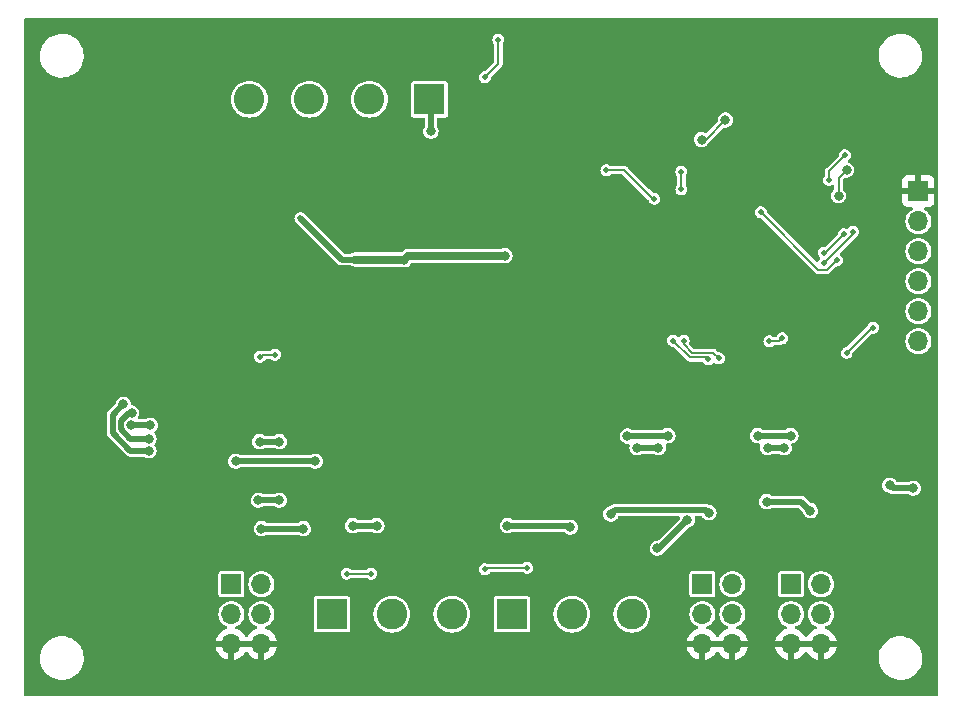
<source format=gbr>
%TF.GenerationSoftware,KiCad,Pcbnew,7.0.11*%
%TF.CreationDate,2024-05-04T00:10:21+02:00*%
%TF.ProjectId,OS-servoDriver_relay,4f532d73-6572-4766-9f44-72697665725f,rev?*%
%TF.SameCoordinates,Original*%
%TF.FileFunction,Copper,L2,Bot*%
%TF.FilePolarity,Positive*%
%FSLAX46Y46*%
G04 Gerber Fmt 4.6, Leading zero omitted, Abs format (unit mm)*
G04 Created by KiCad (PCBNEW 7.0.11) date 2024-05-04 00:10:21*
%MOMM*%
%LPD*%
G01*
G04 APERTURE LIST*
%TA.AperFunction,ComponentPad*%
%ADD10R,2.600000X2.600000*%
%TD*%
%TA.AperFunction,ComponentPad*%
%ADD11C,2.600000*%
%TD*%
%TA.AperFunction,ComponentPad*%
%ADD12R,1.700000X1.700000*%
%TD*%
%TA.AperFunction,ComponentPad*%
%ADD13O,1.700000X1.700000*%
%TD*%
%TA.AperFunction,ViaPad*%
%ADD14C,0.800000*%
%TD*%
%TA.AperFunction,ViaPad*%
%ADD15C,0.500000*%
%TD*%
%TA.AperFunction,Conductor*%
%ADD16C,0.200000*%
%TD*%
%TA.AperFunction,Conductor*%
%ADD17C,0.500000*%
%TD*%
%TA.AperFunction,Conductor*%
%ADD18C,0.700000*%
%TD*%
G04 APERTURE END LIST*
D10*
%TO.P,J103,1,Pin_1*%
%TO.N,/servo1-2/FROG1*%
X197358000Y-153289000D03*
D11*
%TO.P,J103,2,Pin_2*%
%TO.N,/servo1-2/FROG2*%
X202438000Y-153289000D03*
%TO.P,J103,3,Pin_3*%
%TO.N,/servo3-4/FROG1*%
X207518000Y-153289000D03*
%TD*%
D12*
%TO.P,J901,1,Pin_1*%
%TO.N,/atmega/bus3.pin1*%
X236220000Y-150749000D03*
D13*
%TO.P,J901,2,Pin_2*%
%TO.N,/atmega/bus3.pin2*%
X238760000Y-150749000D03*
%TO.P,J901,3,Pin_3*%
%TO.N,+5VA*%
X236220000Y-153289000D03*
%TO.P,J901,4,Pin_4*%
X238760000Y-153289000D03*
%TO.P,J901,5,Pin_5*%
%TO.N,GND*%
X236220000Y-155829000D03*
%TO.P,J901,6,Pin_6*%
X238760000Y-155829000D03*
%TD*%
D12*
%TO.P,J701,1,Pin_1*%
%TO.N,/atmega/bus1.pin1*%
X188849000Y-150749000D03*
D13*
%TO.P,J701,2,Pin_2*%
%TO.N,/atmega/bus1.pin2*%
X191389000Y-150749000D03*
%TO.P,J701,3,Pin_3*%
%TO.N,+5VA*%
X188849000Y-153289000D03*
%TO.P,J701,4,Pin_4*%
X191389000Y-153289000D03*
%TO.P,J701,5,Pin_5*%
%TO.N,GND*%
X188849000Y-155829000D03*
%TO.P,J701,6,Pin_6*%
X191389000Y-155829000D03*
%TD*%
D12*
%TO.P,J201,1,Pin_1*%
%TO.N,GND*%
X247015000Y-117475000D03*
D13*
%TO.P,J201,2,Pin_2*%
%TO.N,+5VA*%
X247015000Y-120015000D03*
%TO.P,J201,3,Pin_3*%
%TO.N,/atmega/LED*%
X247015000Y-122555000D03*
%TO.P,J201,4,Pin_4*%
%TO.N,/atmega/MISO*%
X247015000Y-125095000D03*
%TO.P,J201,5,Pin_5*%
%TO.N,/atmega/MOSI*%
X247015000Y-127635000D03*
%TO.P,J201,6,Pin_6*%
%TO.N,/atmega/reset*%
X247015000Y-130175000D03*
%TD*%
D12*
%TO.P,J801,1,Pin_1*%
%TO.N,/atmega/bus2.pin1*%
X228727000Y-150749000D03*
D13*
%TO.P,J801,2,Pin_2*%
%TO.N,/atmega/bus2.pin2*%
X231267000Y-150749000D03*
%TO.P,J801,3,Pin_3*%
%TO.N,+5VA*%
X228727000Y-153289000D03*
%TO.P,J801,4,Pin_4*%
X231267000Y-153289000D03*
%TO.P,J801,5,Pin_5*%
%TO.N,GND*%
X228727000Y-155829000D03*
%TO.P,J801,6,Pin_6*%
X231267000Y-155829000D03*
%TD*%
D10*
%TO.P,J101,1,Pin_1*%
%TO.N,/DCC/DCC_B*%
X205620000Y-109695000D03*
D11*
%TO.P,J101,2,Pin_2*%
%TO.N,/DCC/DCC_A*%
X200540000Y-109695000D03*
%TO.P,J101,3,Pin_3*%
%TO.N,/D_bridge/AC_2*%
X195460000Y-109695000D03*
%TO.P,J101,4,Pin_4*%
%TO.N,/D_bridge/AC_1*%
X190380000Y-109695000D03*
%TD*%
D10*
%TO.P,J104,1,Pin_1*%
%TO.N,/servo3-4/FROG2*%
X212598000Y-153289000D03*
D11*
%TO.P,J104,2,Pin_2*%
%TO.N,/servo5-6/FROG1*%
X217678000Y-153289000D03*
%TO.P,J104,3,Pin_3*%
%TO.N,/servo5-6/FROG2*%
X222758000Y-153289000D03*
%TD*%
D14*
%TO.N,GND*%
X233172000Y-116459000D03*
X233934000Y-117983000D03*
X235331000Y-116967000D03*
X231013000Y-118237000D03*
X231267000Y-120015000D03*
X225679000Y-123698000D03*
D15*
X234000000Y-112500000D03*
D14*
X211500000Y-131500000D03*
X226314000Y-121666000D03*
D15*
X182499000Y-134112000D03*
X241554000Y-151765000D03*
D14*
X228244990Y-128686583D03*
D15*
X242189000Y-112776000D03*
X219202000Y-109474000D03*
X177927000Y-103886000D03*
X189357000Y-123698000D03*
X187071000Y-106426000D03*
D14*
X208834500Y-124587000D03*
D15*
X240157000Y-113157000D03*
X182880000Y-111887000D03*
X187960000Y-108331000D03*
X187198000Y-134620000D03*
X172212000Y-131572000D03*
X214757000Y-128270000D03*
X204216000Y-118618000D03*
X248000000Y-150000000D03*
X190246000Y-106426000D03*
X207137000Y-118364000D03*
X198628000Y-110998000D03*
X204597000Y-125857000D03*
X243713000Y-131191000D03*
X192786000Y-132207000D03*
X174117000Y-113792000D03*
X227711000Y-135255000D03*
X241681000Y-156464000D03*
X172339000Y-121158000D03*
X201676000Y-132207000D03*
D14*
X230276990Y-126781583D03*
D15*
X204343000Y-130556000D03*
X173990000Y-135001000D03*
X173990000Y-118110000D03*
X240538000Y-134366000D03*
X232500000Y-110000000D03*
X229235000Y-134366000D03*
X242316000Y-121793000D03*
X192659000Y-125222000D03*
X194691000Y-157099000D03*
X228092000Y-136271000D03*
X174244000Y-128397000D03*
D14*
X206802500Y-120142000D03*
D15*
X183515000Y-115570000D03*
X195707000Y-135636000D03*
D14*
X228879990Y-123860583D03*
D15*
X221107000Y-156083000D03*
X224663000Y-157988000D03*
X174117000Y-124333000D03*
X200025000Y-127889000D03*
D14*
X207818500Y-120142000D03*
D15*
X179578000Y-145542000D03*
X201041000Y-156591000D03*
X212725000Y-128143000D03*
D14*
X207818500Y-124587000D03*
D15*
X245491000Y-121285000D03*
X209169000Y-118364000D03*
X225298000Y-135763000D03*
X193167000Y-135890000D03*
X245745000Y-115316000D03*
X180721000Y-149098000D03*
D14*
X200960500Y-121666000D03*
D15*
X179451000Y-116078000D03*
X237871000Y-135255000D03*
D14*
X208834500Y-120142000D03*
D15*
X205232000Y-128524000D03*
X224282000Y-110363000D03*
X237617000Y-114935000D03*
X235966000Y-135763000D03*
X225552000Y-153797000D03*
X245000000Y-149000000D03*
X228854000Y-122047000D03*
X211836000Y-156845000D03*
X247904000Y-114554000D03*
X185039000Y-127635000D03*
X242189000Y-115443000D03*
X198628000Y-107696000D03*
X188214000Y-137541000D03*
X172339000Y-142367000D03*
X198120000Y-115062000D03*
X208026000Y-108712000D03*
D14*
X211882500Y-119634000D03*
D15*
X225806000Y-128016000D03*
X189992000Y-126619000D03*
X180594000Y-123698000D03*
X180594000Y-130937000D03*
D14*
X216158000Y-106576000D03*
D15*
X197866000Y-117856000D03*
X247500000Y-110500000D03*
X238252000Y-136271000D03*
X174244000Y-139065000D03*
X184658000Y-152781000D03*
X182753000Y-123698000D03*
X185674000Y-123571000D03*
X180721000Y-110109000D03*
X181864000Y-116078000D03*
X216916000Y-133604000D03*
X202057000Y-128016000D03*
D14*
X214295500Y-124714000D03*
D15*
X192786000Y-122428000D03*
X241173000Y-103886000D03*
X174498000Y-109855000D03*
X196977000Y-131318000D03*
X239395000Y-134493000D03*
X238000000Y-111000000D03*
X173863000Y-145034000D03*
X247904000Y-132461000D03*
X199390000Y-106299000D03*
X228500000Y-103500000D03*
X198501000Y-129794000D03*
X179451000Y-107569000D03*
X210058000Y-106553000D03*
D14*
X202357500Y-120523000D03*
D15*
X185674000Y-105156000D03*
D14*
X229616000Y-107696000D03*
X212263500Y-125603000D03*
D15*
X172339000Y-112014000D03*
D14*
X206802500Y-124587000D03*
D15*
X240411000Y-149225000D03*
X242697000Y-119761000D03*
X206629000Y-133731000D03*
D14*
X210612500Y-119380000D03*
D15*
X213995000Y-107823000D03*
X247523000Y-141478000D03*
X185420000Y-135636000D03*
X197485000Y-134620000D03*
X246634000Y-145796000D03*
X241000000Y-159500000D03*
X195834000Y-119507000D03*
X188214000Y-125730000D03*
%TO.N,+5VA*%
X240934175Y-131175825D03*
X213888581Y-149372581D03*
X224663000Y-118122953D03*
X198600500Y-149860000D03*
X240792000Y-114427000D03*
X200699500Y-149860000D03*
X220599000Y-115697000D03*
X239450944Y-116530056D03*
X211455000Y-104649500D03*
X210312000Y-149479000D03*
X210312000Y-107823000D03*
X243205000Y-129025000D03*
D14*
%TO.N,VCC*%
X212009500Y-122936000D03*
D15*
X194691000Y-119761000D03*
D14*
X203502050Y-123260050D03*
%TO.N,+5VA*%
X180340000Y-137287000D03*
X233426000Y-138176000D03*
X225806000Y-138176000D03*
X181991000Y-137287000D03*
X222377000Y-138199502D03*
X191262000Y-138684000D03*
X192913000Y-138684000D03*
X236220000Y-138176000D03*
%TO.N,/atmega/LED*%
X240255899Y-117856000D03*
X228657109Y-113099891D03*
X240934465Y-115681535D03*
X230685382Y-111452618D03*
%TO.N,/DCC/DCC_B*%
X189230000Y-140335000D03*
X235649500Y-139192000D03*
X205740000Y-112395000D03*
X223201500Y-139192000D03*
X180402500Y-136271000D03*
X234250500Y-139192000D03*
X225000500Y-139192000D03*
X195961000Y-140335000D03*
X181864000Y-138430000D03*
%TO.N,/DCC/DCC_A*%
X179702500Y-135509000D03*
X181864000Y-139446000D03*
X194945000Y-146050000D03*
X212217000Y-145796000D03*
X217551000Y-145923000D03*
X220980000Y-144800000D03*
X229281016Y-144699016D03*
X201168000Y-145796000D03*
X237871000Y-144526000D03*
X199136000Y-145796000D03*
X191389000Y-146050000D03*
X234188000Y-143764000D03*
D15*
%TO.N,/atmega/reset*%
X240115018Y-123317000D03*
X233672444Y-119245444D03*
%TO.N,/DCC/DCC_TTL*%
X226949000Y-115823953D03*
X226949000Y-117322953D03*
D14*
%TO.N,/servo1-2/FROG1*%
X192899500Y-143637000D03*
X191135000Y-143637000D03*
%TO.N,/servo5-6/FROG2*%
X244602000Y-142367000D03*
X246571500Y-142621000D03*
%TO.N,/servo5-6/FROG1*%
X224917000Y-147701000D03*
X227457000Y-145321657D03*
D15*
%TO.N,/atmega/bus1.relay1*%
X191262000Y-131486500D03*
X192532000Y-131318000D03*
%TO.N,/atmega/bus2.relay1*%
X227139500Y-130133500D03*
X230124000Y-131632500D03*
%TO.N,/atmega/bus2.relay2*%
X226257828Y-130133940D03*
X229235000Y-131699000D03*
%TO.N,/atmega/bus3.relay1*%
X240704659Y-121118341D03*
X234400500Y-130175000D03*
X239015518Y-122680482D03*
X235499500Y-129921000D03*
%TO.N,/atmega/bus3.relay2*%
X241503270Y-120909887D03*
X239006644Y-123563644D03*
%TD*%
D16*
%TO.N,+5VA*%
X211455000Y-104649500D02*
X211455000Y-106680000D01*
X239450944Y-115768056D02*
X239450944Y-116530056D01*
X243085000Y-129025000D02*
X243205000Y-129025000D01*
X213888581Y-149372581D02*
X210418419Y-149372581D01*
X220599000Y-115697000D02*
X222123000Y-115697000D01*
X224548953Y-118122953D02*
X224663000Y-118122953D01*
X240934175Y-131175825D02*
X243085000Y-129025000D01*
X211455000Y-106680000D02*
X210312000Y-107823000D01*
X222123000Y-115697000D02*
X224548953Y-118122953D01*
X210418419Y-149372581D02*
X210312000Y-149479000D01*
X200699500Y-149860000D02*
X198600500Y-149860000D01*
X240792000Y-114427000D02*
X239450944Y-115768056D01*
D17*
%TO.N,VCC*%
X194691000Y-119761000D02*
X198190050Y-123260050D01*
D18*
X212009500Y-122936000D02*
X203826100Y-122936000D01*
X203826100Y-122936000D02*
X203502050Y-123260050D01*
D17*
X198190050Y-123260050D02*
X199319950Y-123260050D01*
D18*
X199319950Y-123260050D02*
X203502050Y-123260050D01*
D17*
%TO.N,+5VA*%
X191262000Y-138684000D02*
X192913000Y-138684000D01*
X225782498Y-138199502D02*
X225806000Y-138176000D01*
X222377000Y-138199502D02*
X225782498Y-138199502D01*
X233426000Y-138176000D02*
X236220000Y-138176000D01*
X180340000Y-137287000D02*
X181991000Y-137287000D01*
D16*
%TO.N,/atmega/LED*%
X229038109Y-113099891D02*
X230685382Y-111452618D01*
X240255899Y-116360101D02*
X240255899Y-117856000D01*
X240934465Y-115681535D02*
X240255899Y-116360101D01*
X228657109Y-113099891D02*
X229038109Y-113099891D01*
D17*
%TO.N,/DCC/DCC_B*%
X180153918Y-136271000D02*
X180402500Y-136271000D01*
X180280918Y-138430000D02*
X179490000Y-137639082D01*
X234250500Y-139192000D02*
X235649500Y-139192000D01*
X179490000Y-137639082D02*
X179490000Y-136934918D01*
X189230000Y-140335000D02*
X195961000Y-140335000D01*
X223201500Y-139192000D02*
X225000500Y-139192000D01*
X179490000Y-136934918D02*
X180153918Y-136271000D01*
X181864000Y-138430000D02*
X180280918Y-138430000D01*
X205740000Y-109815000D02*
X205620000Y-109695000D01*
X205740000Y-112395000D02*
X205740000Y-109815000D01*
%TO.N,/DCC/DCC_A*%
X201168000Y-145796000D02*
X199136000Y-145796000D01*
X237109000Y-143764000D02*
X237871000Y-144526000D01*
X221308343Y-144471657D02*
X229053657Y-144471657D01*
X234188000Y-143764000D02*
X237109000Y-143764000D01*
X179702500Y-135509000D02*
X178790000Y-136421500D01*
X178790000Y-137929032D02*
X180306968Y-139446000D01*
X212217000Y-145796000D02*
X217424000Y-145796000D01*
X180306968Y-139446000D02*
X181864000Y-139446000D01*
X229053657Y-144471657D02*
X229281016Y-144699016D01*
X217424000Y-145796000D02*
X217551000Y-145923000D01*
X194945000Y-146050000D02*
X191389000Y-146050000D01*
X178790000Y-136421500D02*
X178790000Y-137929032D01*
X220980000Y-144800000D02*
X221308343Y-144471657D01*
D16*
%TO.N,/atmega/reset*%
X239318374Y-124113644D02*
X240115018Y-123317000D01*
X233672444Y-119245444D02*
X238540644Y-124113644D01*
X238540644Y-124113644D02*
X239318374Y-124113644D01*
%TO.N,/DCC/DCC_TTL*%
X226949000Y-115823953D02*
X226949000Y-117322953D01*
D17*
%TO.N,/servo1-2/FROG1*%
X192899500Y-143637000D02*
X191135000Y-143637000D01*
%TO.N,/servo5-6/FROG2*%
X246571500Y-142621000D02*
X244856000Y-142621000D01*
X244856000Y-142621000D02*
X244602000Y-142367000D01*
%TO.N,/servo5-6/FROG1*%
X224917000Y-147701000D02*
X225077657Y-147701000D01*
X225077657Y-147701000D02*
X227457000Y-145321657D01*
D16*
%TO.N,/atmega/bus1.relay1*%
X191430500Y-131318000D02*
X191262000Y-131486500D01*
X192532000Y-131318000D02*
X191430500Y-131318000D01*
%TO.N,/atmega/bus2.relay1*%
X227139500Y-130133500D02*
X227139500Y-130449926D01*
X227838574Y-131149000D02*
X229640500Y-131149000D01*
X229640500Y-131149000D02*
X230124000Y-131632500D01*
X227139500Y-130449926D02*
X227838574Y-131149000D01*
%TO.N,/atmega/bus2.relay2*%
X229085000Y-131549000D02*
X229235000Y-131699000D01*
X226257828Y-130133940D02*
X227672889Y-131549000D01*
X227672889Y-131549000D02*
X229085000Y-131549000D01*
%TO.N,/atmega/bus3.relay1*%
X234400500Y-130175000D02*
X235245500Y-130175000D01*
X239142518Y-122680482D02*
X239015518Y-122680482D01*
X235245500Y-130175000D02*
X235499500Y-129921000D01*
X240704659Y-121118341D02*
X239142518Y-122680482D01*
%TO.N,/atmega/bus3.relay2*%
X241503270Y-120909887D02*
X241503270Y-121097548D01*
X239037174Y-123563644D02*
X239006644Y-123563644D01*
X241503270Y-121097548D02*
X239037174Y-123563644D01*
%TD*%
%TA.AperFunction,Conductor*%
%TO.N,GND*%
G36*
X190929507Y-155619156D02*
G01*
X190889000Y-155757111D01*
X190889000Y-155900889D01*
X190929507Y-156038844D01*
X190955314Y-156079000D01*
X189282686Y-156079000D01*
X189308493Y-156038844D01*
X189349000Y-155900889D01*
X189349000Y-155757111D01*
X189308493Y-155619156D01*
X189282686Y-155579000D01*
X190955314Y-155579000D01*
X190929507Y-155619156D01*
G37*
%TD.AperFunction*%
%TA.AperFunction,Conductor*%
G36*
X230807507Y-155619156D02*
G01*
X230767000Y-155757111D01*
X230767000Y-155900889D01*
X230807507Y-156038844D01*
X230833314Y-156079000D01*
X229160686Y-156079000D01*
X229186493Y-156038844D01*
X229227000Y-155900889D01*
X229227000Y-155757111D01*
X229186493Y-155619156D01*
X229160686Y-155579000D01*
X230833314Y-155579000D01*
X230807507Y-155619156D01*
G37*
%TD.AperFunction*%
%TA.AperFunction,Conductor*%
G36*
X238300507Y-155619156D02*
G01*
X238260000Y-155757111D01*
X238260000Y-155900889D01*
X238300507Y-156038844D01*
X238326314Y-156079000D01*
X236653686Y-156079000D01*
X236679493Y-156038844D01*
X236720000Y-155900889D01*
X236720000Y-155757111D01*
X236679493Y-155619156D01*
X236653686Y-155579000D01*
X238326314Y-155579000D01*
X238300507Y-155619156D01*
G37*
%TD.AperFunction*%
%TA.AperFunction,Conductor*%
G36*
X248642539Y-102820185D02*
G01*
X248688294Y-102872989D01*
X248699500Y-102924500D01*
X248699500Y-160075500D01*
X248679815Y-160142539D01*
X248627011Y-160188294D01*
X248575500Y-160199500D01*
X171424500Y-160199500D01*
X171357461Y-160179815D01*
X171311706Y-160127011D01*
X171300500Y-160075500D01*
X171300500Y-157067763D01*
X172645787Y-157067763D01*
X172675413Y-157337013D01*
X172675415Y-157337024D01*
X172743926Y-157599082D01*
X172743928Y-157599088D01*
X172849870Y-157848390D01*
X172921998Y-157966575D01*
X172990979Y-158079605D01*
X172990986Y-158079615D01*
X173164253Y-158287819D01*
X173164259Y-158287824D01*
X173365998Y-158468582D01*
X173591910Y-158618044D01*
X173837176Y-158733020D01*
X173837183Y-158733022D01*
X173837185Y-158733023D01*
X174096557Y-158811057D01*
X174096564Y-158811058D01*
X174096569Y-158811060D01*
X174364561Y-158850500D01*
X174364566Y-158850500D01*
X174567629Y-158850500D01*
X174567631Y-158850500D01*
X174567636Y-158850499D01*
X174567648Y-158850499D01*
X174605191Y-158847750D01*
X174770156Y-158835677D01*
X174882758Y-158810593D01*
X175034546Y-158776782D01*
X175034548Y-158776781D01*
X175034553Y-158776780D01*
X175287558Y-158680014D01*
X175523777Y-158547441D01*
X175738177Y-158381888D01*
X175926186Y-158186881D01*
X176083799Y-157966579D01*
X176157787Y-157822669D01*
X176207649Y-157725690D01*
X176207651Y-157725684D01*
X176207656Y-157725675D01*
X176295118Y-157469305D01*
X176344319Y-157202933D01*
X176354212Y-156932235D01*
X176324586Y-156662982D01*
X176256072Y-156400912D01*
X176150130Y-156151610D01*
X176105817Y-156079000D01*
X187518364Y-156079000D01*
X187575567Y-156292486D01*
X187575570Y-156292492D01*
X187675399Y-156506578D01*
X187810894Y-156700082D01*
X187977917Y-156867105D01*
X188171421Y-157002600D01*
X188385507Y-157102429D01*
X188385516Y-157102433D01*
X188599000Y-157159634D01*
X188599000Y-156264501D01*
X188706685Y-156313680D01*
X188813237Y-156329000D01*
X188884763Y-156329000D01*
X188991315Y-156313680D01*
X189099000Y-156264501D01*
X189099000Y-157159633D01*
X189312483Y-157102433D01*
X189312492Y-157102429D01*
X189526578Y-157002600D01*
X189720082Y-156867105D01*
X189887105Y-156700082D01*
X190017425Y-156513968D01*
X190072002Y-156470344D01*
X190141501Y-156463151D01*
X190203855Y-156494673D01*
X190220575Y-156513968D01*
X190350894Y-156700082D01*
X190517917Y-156867105D01*
X190711421Y-157002600D01*
X190925507Y-157102429D01*
X190925516Y-157102433D01*
X191139000Y-157159634D01*
X191139000Y-156264501D01*
X191246685Y-156313680D01*
X191353237Y-156329000D01*
X191424763Y-156329000D01*
X191531315Y-156313680D01*
X191639000Y-156264501D01*
X191639000Y-157159633D01*
X191852483Y-157102433D01*
X191852492Y-157102429D01*
X192066578Y-157002600D01*
X192260082Y-156867105D01*
X192427105Y-156700082D01*
X192562600Y-156506578D01*
X192662429Y-156292492D01*
X192662432Y-156292486D01*
X192719636Y-156079000D01*
X227396364Y-156079000D01*
X227453567Y-156292486D01*
X227453570Y-156292492D01*
X227553399Y-156506578D01*
X227688894Y-156700082D01*
X227855917Y-156867105D01*
X228049421Y-157002600D01*
X228263507Y-157102429D01*
X228263516Y-157102433D01*
X228477000Y-157159634D01*
X228477000Y-156264501D01*
X228584685Y-156313680D01*
X228691237Y-156329000D01*
X228762763Y-156329000D01*
X228869315Y-156313680D01*
X228977000Y-156264501D01*
X228977000Y-157159633D01*
X229190483Y-157102433D01*
X229190492Y-157102429D01*
X229404578Y-157002600D01*
X229598082Y-156867105D01*
X229765105Y-156700082D01*
X229895425Y-156513968D01*
X229950002Y-156470344D01*
X230019501Y-156463151D01*
X230081855Y-156494673D01*
X230098575Y-156513968D01*
X230228894Y-156700082D01*
X230395917Y-156867105D01*
X230589421Y-157002600D01*
X230803507Y-157102429D01*
X230803516Y-157102433D01*
X231017000Y-157159634D01*
X231017000Y-156264501D01*
X231124685Y-156313680D01*
X231231237Y-156329000D01*
X231302763Y-156329000D01*
X231409315Y-156313680D01*
X231517000Y-156264501D01*
X231517000Y-157159633D01*
X231730483Y-157102433D01*
X231730492Y-157102429D01*
X231944578Y-157002600D01*
X232138082Y-156867105D01*
X232305105Y-156700082D01*
X232440600Y-156506578D01*
X232540429Y-156292492D01*
X232540432Y-156292486D01*
X232597636Y-156079000D01*
X234889364Y-156079000D01*
X234946567Y-156292486D01*
X234946570Y-156292492D01*
X235046399Y-156506578D01*
X235181894Y-156700082D01*
X235348917Y-156867105D01*
X235542421Y-157002600D01*
X235756507Y-157102429D01*
X235756516Y-157102433D01*
X235970000Y-157159634D01*
X235970000Y-156264501D01*
X236077685Y-156313680D01*
X236184237Y-156329000D01*
X236255763Y-156329000D01*
X236362315Y-156313680D01*
X236470000Y-156264501D01*
X236470000Y-157159633D01*
X236683483Y-157102433D01*
X236683492Y-157102429D01*
X236897578Y-157002600D01*
X237091082Y-156867105D01*
X237258105Y-156700082D01*
X237388425Y-156513968D01*
X237443002Y-156470344D01*
X237512501Y-156463151D01*
X237574855Y-156494673D01*
X237591575Y-156513968D01*
X237721894Y-156700082D01*
X237888917Y-156867105D01*
X238082421Y-157002600D01*
X238296507Y-157102429D01*
X238296516Y-157102433D01*
X238510000Y-157159634D01*
X238510000Y-156264501D01*
X238617685Y-156313680D01*
X238724237Y-156329000D01*
X238795763Y-156329000D01*
X238902315Y-156313680D01*
X239010000Y-156264501D01*
X239010000Y-157159633D01*
X239223483Y-157102433D01*
X239223492Y-157102429D01*
X239297834Y-157067763D01*
X243645787Y-157067763D01*
X243675413Y-157337013D01*
X243675415Y-157337024D01*
X243743926Y-157599082D01*
X243743928Y-157599088D01*
X243849870Y-157848390D01*
X243921998Y-157966575D01*
X243990979Y-158079605D01*
X243990986Y-158079615D01*
X244164253Y-158287819D01*
X244164259Y-158287824D01*
X244365998Y-158468582D01*
X244591910Y-158618044D01*
X244837176Y-158733020D01*
X244837183Y-158733022D01*
X244837185Y-158733023D01*
X245096557Y-158811057D01*
X245096564Y-158811058D01*
X245096569Y-158811060D01*
X245364561Y-158850500D01*
X245364566Y-158850500D01*
X245567629Y-158850500D01*
X245567631Y-158850500D01*
X245567636Y-158850499D01*
X245567648Y-158850499D01*
X245605191Y-158847750D01*
X245770156Y-158835677D01*
X245882758Y-158810593D01*
X246034546Y-158776782D01*
X246034548Y-158776781D01*
X246034553Y-158776780D01*
X246287558Y-158680014D01*
X246523777Y-158547441D01*
X246738177Y-158381888D01*
X246926186Y-158186881D01*
X247083799Y-157966579D01*
X247157787Y-157822669D01*
X247207649Y-157725690D01*
X247207651Y-157725684D01*
X247207656Y-157725675D01*
X247295118Y-157469305D01*
X247344319Y-157202933D01*
X247354212Y-156932235D01*
X247324586Y-156662982D01*
X247256072Y-156400912D01*
X247150130Y-156151610D01*
X247009018Y-155920390D01*
X246919747Y-155813119D01*
X246835746Y-155712180D01*
X246835740Y-155712175D01*
X246634002Y-155531418D01*
X246408092Y-155381957D01*
X246327805Y-155344320D01*
X246162824Y-155266980D01*
X246162819Y-155266978D01*
X246162814Y-155266976D01*
X245903442Y-155188942D01*
X245903428Y-155188939D01*
X245787791Y-155171921D01*
X245635439Y-155149500D01*
X245432369Y-155149500D01*
X245432351Y-155149500D01*
X245229844Y-155164323D01*
X245229831Y-155164325D01*
X244965453Y-155223217D01*
X244965446Y-155223220D01*
X244712439Y-155319987D01*
X244476226Y-155452557D01*
X244261822Y-155618112D01*
X244073822Y-155813109D01*
X244073816Y-155813116D01*
X243916202Y-156033419D01*
X243916199Y-156033424D01*
X243792350Y-156274309D01*
X243792343Y-156274327D01*
X243704884Y-156530685D01*
X243704881Y-156530699D01*
X243655681Y-156797068D01*
X243655680Y-156797075D01*
X243645787Y-157067763D01*
X239297834Y-157067763D01*
X239437578Y-157002600D01*
X239631082Y-156867105D01*
X239798105Y-156700082D01*
X239933600Y-156506578D01*
X240033429Y-156292492D01*
X240033432Y-156292486D01*
X240090636Y-156079000D01*
X239193686Y-156079000D01*
X239219493Y-156038844D01*
X239260000Y-155900889D01*
X239260000Y-155757111D01*
X239219493Y-155619156D01*
X239193686Y-155579000D01*
X240090636Y-155579000D01*
X240090635Y-155578999D01*
X240033432Y-155365513D01*
X240033429Y-155365507D01*
X239933600Y-155151422D01*
X239933599Y-155151420D01*
X239798113Y-154957926D01*
X239798108Y-154957920D01*
X239631082Y-154790894D01*
X239437578Y-154655399D01*
X239223492Y-154555570D01*
X239223477Y-154555564D01*
X239184414Y-154545097D01*
X239124754Y-154508732D01*
X239094226Y-154445885D01*
X239102521Y-154376509D01*
X239147007Y-154322632D01*
X239171710Y-154309698D01*
X239252637Y-154278348D01*
X239426041Y-154170981D01*
X239576764Y-154033579D01*
X239699673Y-153870821D01*
X239790582Y-153688250D01*
X239846397Y-153492083D01*
X239865215Y-153289000D01*
X239846397Y-153085917D01*
X239790582Y-152889750D01*
X239699673Y-152707179D01*
X239576764Y-152544421D01*
X239576762Y-152544418D01*
X239426041Y-152407019D01*
X239426039Y-152407017D01*
X239252642Y-152299655D01*
X239252635Y-152299651D01*
X239157546Y-152262814D01*
X239062456Y-152225976D01*
X238861976Y-152188500D01*
X238658024Y-152188500D01*
X238457544Y-152225976D01*
X238457541Y-152225976D01*
X238457541Y-152225977D01*
X238267364Y-152299651D01*
X238267357Y-152299655D01*
X238093960Y-152407017D01*
X238093958Y-152407019D01*
X237943237Y-152544418D01*
X237820327Y-152707178D01*
X237729422Y-152889739D01*
X237729417Y-152889752D01*
X237673602Y-153085917D01*
X237654785Y-153288999D01*
X237654785Y-153289000D01*
X237673602Y-153492082D01*
X237729417Y-153688247D01*
X237729422Y-153688260D01*
X237820327Y-153870821D01*
X237943237Y-154033581D01*
X238093958Y-154170980D01*
X238093960Y-154170982D01*
X238193141Y-154232392D01*
X238267363Y-154278348D01*
X238348283Y-154309696D01*
X238403685Y-154352269D01*
X238427276Y-154418035D01*
X238411565Y-154486116D01*
X238361542Y-154534895D01*
X238335586Y-154545097D01*
X238296519Y-154555565D01*
X238296507Y-154555570D01*
X238082422Y-154655399D01*
X238082420Y-154655400D01*
X237888926Y-154790886D01*
X237888920Y-154790891D01*
X237721891Y-154957920D01*
X237721890Y-154957922D01*
X237591575Y-155144031D01*
X237536998Y-155187655D01*
X237467499Y-155194848D01*
X237405145Y-155163326D01*
X237388425Y-155144031D01*
X237258109Y-154957922D01*
X237258108Y-154957920D01*
X237091082Y-154790894D01*
X236897578Y-154655399D01*
X236683492Y-154555570D01*
X236683477Y-154555564D01*
X236644414Y-154545097D01*
X236584754Y-154508732D01*
X236554226Y-154445885D01*
X236562521Y-154376509D01*
X236607007Y-154322632D01*
X236631710Y-154309698D01*
X236712637Y-154278348D01*
X236886041Y-154170981D01*
X237036764Y-154033579D01*
X237159673Y-153870821D01*
X237250582Y-153688250D01*
X237306397Y-153492083D01*
X237325215Y-153289000D01*
X237306397Y-153085917D01*
X237250582Y-152889750D01*
X237159673Y-152707179D01*
X237036764Y-152544421D01*
X237036762Y-152544418D01*
X236886041Y-152407019D01*
X236886039Y-152407017D01*
X236712642Y-152299655D01*
X236712635Y-152299651D01*
X236617546Y-152262814D01*
X236522456Y-152225976D01*
X236321976Y-152188500D01*
X236118024Y-152188500D01*
X235917544Y-152225976D01*
X235917541Y-152225976D01*
X235917541Y-152225977D01*
X235727364Y-152299651D01*
X235727357Y-152299655D01*
X235553960Y-152407017D01*
X235553958Y-152407019D01*
X235403237Y-152544418D01*
X235280327Y-152707178D01*
X235189422Y-152889739D01*
X235189417Y-152889752D01*
X235133602Y-153085917D01*
X235114785Y-153288999D01*
X235114785Y-153289000D01*
X235133602Y-153492082D01*
X235189417Y-153688247D01*
X235189422Y-153688260D01*
X235280327Y-153870821D01*
X235403237Y-154033581D01*
X235553958Y-154170980D01*
X235553960Y-154170982D01*
X235653141Y-154232392D01*
X235727363Y-154278348D01*
X235808283Y-154309696D01*
X235863685Y-154352269D01*
X235887276Y-154418035D01*
X235871565Y-154486116D01*
X235821542Y-154534895D01*
X235795586Y-154545097D01*
X235756519Y-154555565D01*
X235756507Y-154555570D01*
X235542422Y-154655399D01*
X235542420Y-154655400D01*
X235348926Y-154790886D01*
X235348920Y-154790891D01*
X235181891Y-154957920D01*
X235181886Y-154957926D01*
X235046400Y-155151420D01*
X235046399Y-155151422D01*
X234946570Y-155365507D01*
X234946567Y-155365513D01*
X234889364Y-155578999D01*
X234889364Y-155579000D01*
X235786314Y-155579000D01*
X235760507Y-155619156D01*
X235720000Y-155757111D01*
X235720000Y-155900889D01*
X235760507Y-156038844D01*
X235786314Y-156079000D01*
X234889364Y-156079000D01*
X232597636Y-156079000D01*
X231700686Y-156079000D01*
X231726493Y-156038844D01*
X231767000Y-155900889D01*
X231767000Y-155757111D01*
X231726493Y-155619156D01*
X231700686Y-155579000D01*
X232597636Y-155579000D01*
X232597635Y-155578999D01*
X232540432Y-155365513D01*
X232540429Y-155365507D01*
X232440600Y-155151422D01*
X232440599Y-155151420D01*
X232305113Y-154957926D01*
X232305108Y-154957920D01*
X232138082Y-154790894D01*
X231944578Y-154655399D01*
X231730492Y-154555570D01*
X231730477Y-154555564D01*
X231691414Y-154545097D01*
X231631754Y-154508732D01*
X231601226Y-154445885D01*
X231609521Y-154376509D01*
X231654007Y-154322632D01*
X231678710Y-154309698D01*
X231759637Y-154278348D01*
X231933041Y-154170981D01*
X232083764Y-154033579D01*
X232206673Y-153870821D01*
X232297582Y-153688250D01*
X232353397Y-153492083D01*
X232372215Y-153289000D01*
X232353397Y-153085917D01*
X232297582Y-152889750D01*
X232206673Y-152707179D01*
X232083764Y-152544421D01*
X232083762Y-152544418D01*
X231933041Y-152407019D01*
X231933039Y-152407017D01*
X231759642Y-152299655D01*
X231759635Y-152299651D01*
X231664546Y-152262814D01*
X231569456Y-152225976D01*
X231368976Y-152188500D01*
X231165024Y-152188500D01*
X230964544Y-152225976D01*
X230964541Y-152225976D01*
X230964541Y-152225977D01*
X230774364Y-152299651D01*
X230774357Y-152299655D01*
X230600960Y-152407017D01*
X230600958Y-152407019D01*
X230450237Y-152544418D01*
X230327327Y-152707178D01*
X230236422Y-152889739D01*
X230236417Y-152889752D01*
X230180602Y-153085917D01*
X230161785Y-153288999D01*
X230161785Y-153289000D01*
X230180602Y-153492082D01*
X230236417Y-153688247D01*
X230236422Y-153688260D01*
X230327327Y-153870821D01*
X230450237Y-154033581D01*
X230600958Y-154170980D01*
X230600960Y-154170982D01*
X230700141Y-154232392D01*
X230774363Y-154278348D01*
X230855283Y-154309696D01*
X230910685Y-154352269D01*
X230934276Y-154418035D01*
X230918565Y-154486116D01*
X230868542Y-154534895D01*
X230842586Y-154545097D01*
X230803519Y-154555565D01*
X230803507Y-154555570D01*
X230589422Y-154655399D01*
X230589420Y-154655400D01*
X230395926Y-154790886D01*
X230395920Y-154790891D01*
X230228891Y-154957920D01*
X230228890Y-154957922D01*
X230098575Y-155144031D01*
X230043998Y-155187655D01*
X229974499Y-155194848D01*
X229912145Y-155163326D01*
X229895425Y-155144031D01*
X229765109Y-154957922D01*
X229765108Y-154957920D01*
X229598082Y-154790894D01*
X229404578Y-154655399D01*
X229190492Y-154555570D01*
X229190477Y-154555564D01*
X229151414Y-154545097D01*
X229091754Y-154508732D01*
X229061226Y-154445885D01*
X229069521Y-154376509D01*
X229114007Y-154322632D01*
X229138710Y-154309698D01*
X229219637Y-154278348D01*
X229393041Y-154170981D01*
X229543764Y-154033579D01*
X229666673Y-153870821D01*
X229757582Y-153688250D01*
X229813397Y-153492083D01*
X229832215Y-153289000D01*
X229813397Y-153085917D01*
X229757582Y-152889750D01*
X229666673Y-152707179D01*
X229543764Y-152544421D01*
X229543762Y-152544418D01*
X229393041Y-152407019D01*
X229393039Y-152407017D01*
X229219642Y-152299655D01*
X229219635Y-152299651D01*
X229124546Y-152262814D01*
X229029456Y-152225976D01*
X228828976Y-152188500D01*
X228625024Y-152188500D01*
X228424544Y-152225976D01*
X228424541Y-152225976D01*
X228424541Y-152225977D01*
X228234364Y-152299651D01*
X228234357Y-152299655D01*
X228060960Y-152407017D01*
X228060958Y-152407019D01*
X227910237Y-152544418D01*
X227787327Y-152707178D01*
X227696422Y-152889739D01*
X227696417Y-152889752D01*
X227640602Y-153085917D01*
X227621785Y-153288999D01*
X227621785Y-153289000D01*
X227640602Y-153492082D01*
X227696417Y-153688247D01*
X227696422Y-153688260D01*
X227787327Y-153870821D01*
X227910237Y-154033581D01*
X228060958Y-154170980D01*
X228060960Y-154170982D01*
X228160141Y-154232392D01*
X228234363Y-154278348D01*
X228315283Y-154309696D01*
X228370685Y-154352269D01*
X228394276Y-154418035D01*
X228378565Y-154486116D01*
X228328542Y-154534895D01*
X228302586Y-154545097D01*
X228263519Y-154555565D01*
X228263507Y-154555570D01*
X228049422Y-154655399D01*
X228049420Y-154655400D01*
X227855926Y-154790886D01*
X227855920Y-154790891D01*
X227688891Y-154957920D01*
X227688886Y-154957926D01*
X227553400Y-155151420D01*
X227553399Y-155151422D01*
X227453570Y-155365507D01*
X227453567Y-155365513D01*
X227396364Y-155578999D01*
X227396364Y-155579000D01*
X228293314Y-155579000D01*
X228267507Y-155619156D01*
X228227000Y-155757111D01*
X228227000Y-155900889D01*
X228267507Y-156038844D01*
X228293314Y-156079000D01*
X227396364Y-156079000D01*
X192719636Y-156079000D01*
X191822686Y-156079000D01*
X191848493Y-156038844D01*
X191889000Y-155900889D01*
X191889000Y-155757111D01*
X191848493Y-155619156D01*
X191822686Y-155579000D01*
X192719636Y-155579000D01*
X192719635Y-155578999D01*
X192662432Y-155365513D01*
X192662429Y-155365507D01*
X192562600Y-155151422D01*
X192562599Y-155151420D01*
X192427113Y-154957926D01*
X192427108Y-154957920D01*
X192260082Y-154790894D01*
X192066578Y-154655399D01*
X191977106Y-154613678D01*
X195807500Y-154613678D01*
X195822032Y-154686735D01*
X195822033Y-154686739D01*
X195822034Y-154686740D01*
X195877399Y-154769601D01*
X195960260Y-154824966D01*
X195960264Y-154824967D01*
X196033321Y-154839499D01*
X196033324Y-154839500D01*
X196033326Y-154839500D01*
X198682676Y-154839500D01*
X198682677Y-154839499D01*
X198755740Y-154824966D01*
X198838601Y-154769601D01*
X198893966Y-154686740D01*
X198908500Y-154613674D01*
X198908500Y-153289000D01*
X200882706Y-153289000D01*
X200901853Y-153532297D01*
X200901853Y-153532300D01*
X200901854Y-153532302D01*
X200939294Y-153688250D01*
X200958830Y-153769619D01*
X201052222Y-153995089D01*
X201179737Y-154203173D01*
X201179738Y-154203176D01*
X201179741Y-154203179D01*
X201338241Y-154388759D01*
X201452232Y-154486116D01*
X201523823Y-154547261D01*
X201523825Y-154547261D01*
X201537375Y-154555565D01*
X201731910Y-154674777D01*
X201957381Y-154768169D01*
X201957378Y-154768169D01*
X201957384Y-154768170D01*
X201957388Y-154768172D01*
X202194698Y-154825146D01*
X202438000Y-154844294D01*
X202681302Y-154825146D01*
X202918612Y-154768172D01*
X203144089Y-154674777D01*
X203352179Y-154547259D01*
X203537759Y-154388759D01*
X203696259Y-154203179D01*
X203823777Y-153995089D01*
X203917172Y-153769612D01*
X203974146Y-153532302D01*
X203993294Y-153289000D01*
X205962706Y-153289000D01*
X205981853Y-153532297D01*
X205981853Y-153532300D01*
X205981854Y-153532302D01*
X206019294Y-153688250D01*
X206038830Y-153769619D01*
X206132222Y-153995089D01*
X206259737Y-154203173D01*
X206259738Y-154203176D01*
X206259741Y-154203179D01*
X206418241Y-154388759D01*
X206532232Y-154486116D01*
X206603823Y-154547261D01*
X206603825Y-154547261D01*
X206617375Y-154555565D01*
X206811910Y-154674777D01*
X207037381Y-154768169D01*
X207037378Y-154768169D01*
X207037384Y-154768170D01*
X207037388Y-154768172D01*
X207274698Y-154825146D01*
X207518000Y-154844294D01*
X207761302Y-154825146D01*
X207998612Y-154768172D01*
X208224089Y-154674777D01*
X208323793Y-154613678D01*
X211047500Y-154613678D01*
X211062032Y-154686735D01*
X211062033Y-154686739D01*
X211062034Y-154686740D01*
X211117399Y-154769601D01*
X211200260Y-154824966D01*
X211200264Y-154824967D01*
X211273321Y-154839499D01*
X211273324Y-154839500D01*
X211273326Y-154839500D01*
X213922676Y-154839500D01*
X213922677Y-154839499D01*
X213995740Y-154824966D01*
X214078601Y-154769601D01*
X214133966Y-154686740D01*
X214148500Y-154613674D01*
X214148500Y-153289000D01*
X216122706Y-153289000D01*
X216141853Y-153532297D01*
X216141853Y-153532300D01*
X216141854Y-153532302D01*
X216179294Y-153688250D01*
X216198830Y-153769619D01*
X216292222Y-153995089D01*
X216419737Y-154203173D01*
X216419738Y-154203176D01*
X216419741Y-154203179D01*
X216578241Y-154388759D01*
X216692232Y-154486116D01*
X216763823Y-154547261D01*
X216763825Y-154547261D01*
X216777375Y-154555565D01*
X216971910Y-154674777D01*
X217197381Y-154768169D01*
X217197378Y-154768169D01*
X217197384Y-154768170D01*
X217197388Y-154768172D01*
X217434698Y-154825146D01*
X217678000Y-154844294D01*
X217921302Y-154825146D01*
X218158612Y-154768172D01*
X218384089Y-154674777D01*
X218592179Y-154547259D01*
X218777759Y-154388759D01*
X218936259Y-154203179D01*
X219063777Y-153995089D01*
X219157172Y-153769612D01*
X219214146Y-153532302D01*
X219233294Y-153289000D01*
X221202706Y-153289000D01*
X221221853Y-153532297D01*
X221221853Y-153532300D01*
X221221854Y-153532302D01*
X221259294Y-153688250D01*
X221278830Y-153769619D01*
X221372222Y-153995089D01*
X221499737Y-154203173D01*
X221499738Y-154203176D01*
X221499741Y-154203179D01*
X221658241Y-154388759D01*
X221772232Y-154486116D01*
X221843823Y-154547261D01*
X221843825Y-154547261D01*
X221857375Y-154555565D01*
X222051910Y-154674777D01*
X222277381Y-154768169D01*
X222277378Y-154768169D01*
X222277384Y-154768170D01*
X222277388Y-154768172D01*
X222514698Y-154825146D01*
X222758000Y-154844294D01*
X223001302Y-154825146D01*
X223238612Y-154768172D01*
X223464089Y-154674777D01*
X223672179Y-154547259D01*
X223857759Y-154388759D01*
X224016259Y-154203179D01*
X224143777Y-153995089D01*
X224237172Y-153769612D01*
X224294146Y-153532302D01*
X224313294Y-153289000D01*
X224294146Y-153045698D01*
X224237172Y-152808388D01*
X224237169Y-152808380D01*
X224143777Y-152582910D01*
X224016262Y-152374826D01*
X224016261Y-152374823D01*
X223952061Y-152299655D01*
X223857759Y-152189241D01*
X223735063Y-152084449D01*
X223672176Y-152030738D01*
X223672173Y-152030737D01*
X223464089Y-151903222D01*
X223238618Y-151809830D01*
X223238621Y-151809830D01*
X223112705Y-151779600D01*
X223001302Y-151752854D01*
X223001300Y-151752853D01*
X223001297Y-151752853D01*
X222758000Y-151733706D01*
X222514702Y-151752853D01*
X222277380Y-151809830D01*
X222051910Y-151903222D01*
X221843826Y-152030737D01*
X221843823Y-152030738D01*
X221658241Y-152189241D01*
X221499738Y-152374823D01*
X221499737Y-152374826D01*
X221372222Y-152582910D01*
X221278830Y-152808380D01*
X221221853Y-153045702D01*
X221202706Y-153289000D01*
X219233294Y-153289000D01*
X219214146Y-153045698D01*
X219157172Y-152808388D01*
X219157169Y-152808380D01*
X219063777Y-152582910D01*
X218936262Y-152374826D01*
X218936261Y-152374823D01*
X218872061Y-152299655D01*
X218777759Y-152189241D01*
X218655063Y-152084449D01*
X218592176Y-152030738D01*
X218592173Y-152030737D01*
X218384089Y-151903222D01*
X218158618Y-151809830D01*
X218158621Y-151809830D01*
X218032705Y-151779600D01*
X217921302Y-151752854D01*
X217921300Y-151752853D01*
X217921297Y-151752853D01*
X217678000Y-151733706D01*
X217434702Y-151752853D01*
X217197380Y-151809830D01*
X216971910Y-151903222D01*
X216763826Y-152030737D01*
X216763823Y-152030738D01*
X216578241Y-152189241D01*
X216419738Y-152374823D01*
X216419737Y-152374826D01*
X216292222Y-152582910D01*
X216198830Y-152808380D01*
X216141853Y-153045702D01*
X216122706Y-153289000D01*
X214148500Y-153289000D01*
X214148500Y-151964326D01*
X214148500Y-151964323D01*
X214148499Y-151964321D01*
X214133967Y-151891264D01*
X214133966Y-151891260D01*
X214106063Y-151849500D01*
X214078601Y-151808399D01*
X213995740Y-151753034D01*
X213995739Y-151753033D01*
X213995735Y-151753032D01*
X213922677Y-151738500D01*
X213922674Y-151738500D01*
X211273326Y-151738500D01*
X211273323Y-151738500D01*
X211200264Y-151753032D01*
X211200260Y-151753033D01*
X211117399Y-151808399D01*
X211062033Y-151891260D01*
X211062032Y-151891264D01*
X211047500Y-151964321D01*
X211047500Y-154613678D01*
X208323793Y-154613678D01*
X208432179Y-154547259D01*
X208617759Y-154388759D01*
X208776259Y-154203179D01*
X208903777Y-153995089D01*
X208997172Y-153769612D01*
X209054146Y-153532302D01*
X209073294Y-153289000D01*
X209054146Y-153045698D01*
X208997172Y-152808388D01*
X208997169Y-152808380D01*
X208903777Y-152582910D01*
X208776262Y-152374826D01*
X208776261Y-152374823D01*
X208712061Y-152299655D01*
X208617759Y-152189241D01*
X208495063Y-152084449D01*
X208432176Y-152030738D01*
X208432173Y-152030737D01*
X208224089Y-151903222D01*
X207998618Y-151809830D01*
X207998621Y-151809830D01*
X207872705Y-151779600D01*
X207761302Y-151752854D01*
X207761300Y-151752853D01*
X207761297Y-151752853D01*
X207518000Y-151733706D01*
X207274702Y-151752853D01*
X207037380Y-151809830D01*
X206811910Y-151903222D01*
X206603826Y-152030737D01*
X206603823Y-152030738D01*
X206418241Y-152189241D01*
X206259738Y-152374823D01*
X206259737Y-152374826D01*
X206132222Y-152582910D01*
X206038830Y-152808380D01*
X205981853Y-153045702D01*
X205962706Y-153289000D01*
X203993294Y-153289000D01*
X203974146Y-153045698D01*
X203917172Y-152808388D01*
X203917169Y-152808380D01*
X203823777Y-152582910D01*
X203696262Y-152374826D01*
X203696261Y-152374823D01*
X203632061Y-152299655D01*
X203537759Y-152189241D01*
X203415063Y-152084449D01*
X203352176Y-152030738D01*
X203352173Y-152030737D01*
X203144089Y-151903222D01*
X202918618Y-151809830D01*
X202918621Y-151809830D01*
X202792705Y-151779600D01*
X202681302Y-151752854D01*
X202681300Y-151752853D01*
X202681297Y-151752853D01*
X202438000Y-151733706D01*
X202194702Y-151752853D01*
X201957380Y-151809830D01*
X201731910Y-151903222D01*
X201523826Y-152030737D01*
X201523823Y-152030738D01*
X201338241Y-152189241D01*
X201179738Y-152374823D01*
X201179737Y-152374826D01*
X201052222Y-152582910D01*
X200958830Y-152808380D01*
X200901853Y-153045702D01*
X200882706Y-153289000D01*
X198908500Y-153289000D01*
X198908500Y-151964326D01*
X198908500Y-151964323D01*
X198908499Y-151964321D01*
X198893967Y-151891264D01*
X198893966Y-151891260D01*
X198866063Y-151849500D01*
X198838601Y-151808399D01*
X198755740Y-151753034D01*
X198755739Y-151753033D01*
X198755735Y-151753032D01*
X198682677Y-151738500D01*
X198682674Y-151738500D01*
X196033326Y-151738500D01*
X196033323Y-151738500D01*
X195960264Y-151753032D01*
X195960260Y-151753033D01*
X195877399Y-151808399D01*
X195822033Y-151891260D01*
X195822032Y-151891264D01*
X195807500Y-151964321D01*
X195807500Y-154613678D01*
X191977106Y-154613678D01*
X191852492Y-154555570D01*
X191852477Y-154555564D01*
X191813414Y-154545097D01*
X191753754Y-154508732D01*
X191723226Y-154445885D01*
X191731521Y-154376509D01*
X191776007Y-154322632D01*
X191800710Y-154309698D01*
X191881637Y-154278348D01*
X192055041Y-154170981D01*
X192205764Y-154033579D01*
X192328673Y-153870821D01*
X192419582Y-153688250D01*
X192475397Y-153492083D01*
X192494215Y-153289000D01*
X192475397Y-153085917D01*
X192419582Y-152889750D01*
X192328673Y-152707179D01*
X192205764Y-152544421D01*
X192205762Y-152544418D01*
X192055041Y-152407019D01*
X192055039Y-152407017D01*
X191881642Y-152299655D01*
X191881635Y-152299651D01*
X191786546Y-152262814D01*
X191691456Y-152225976D01*
X191490976Y-152188500D01*
X191287024Y-152188500D01*
X191086544Y-152225976D01*
X191086541Y-152225976D01*
X191086541Y-152225977D01*
X190896364Y-152299651D01*
X190896357Y-152299655D01*
X190722960Y-152407017D01*
X190722958Y-152407019D01*
X190572237Y-152544418D01*
X190449327Y-152707178D01*
X190358422Y-152889739D01*
X190358417Y-152889752D01*
X190302602Y-153085917D01*
X190283785Y-153288999D01*
X190283785Y-153289000D01*
X190302602Y-153492082D01*
X190358417Y-153688247D01*
X190358422Y-153688260D01*
X190449327Y-153870821D01*
X190572237Y-154033581D01*
X190722958Y-154170980D01*
X190722960Y-154170982D01*
X190822141Y-154232392D01*
X190896363Y-154278348D01*
X190977283Y-154309696D01*
X191032685Y-154352269D01*
X191056276Y-154418035D01*
X191040565Y-154486116D01*
X190990542Y-154534895D01*
X190964586Y-154545097D01*
X190925519Y-154555565D01*
X190925507Y-154555570D01*
X190711422Y-154655399D01*
X190711420Y-154655400D01*
X190517926Y-154790886D01*
X190517920Y-154790891D01*
X190350891Y-154957920D01*
X190350890Y-154957922D01*
X190220575Y-155144031D01*
X190165998Y-155187655D01*
X190096499Y-155194848D01*
X190034145Y-155163326D01*
X190017425Y-155144031D01*
X189887109Y-154957922D01*
X189887108Y-154957920D01*
X189720082Y-154790894D01*
X189526578Y-154655399D01*
X189312492Y-154555570D01*
X189312477Y-154555564D01*
X189273414Y-154545097D01*
X189213754Y-154508732D01*
X189183226Y-154445885D01*
X189191521Y-154376509D01*
X189236007Y-154322632D01*
X189260710Y-154309698D01*
X189341637Y-154278348D01*
X189515041Y-154170981D01*
X189665764Y-154033579D01*
X189788673Y-153870821D01*
X189879582Y-153688250D01*
X189935397Y-153492083D01*
X189954215Y-153289000D01*
X189935397Y-153085917D01*
X189879582Y-152889750D01*
X189788673Y-152707179D01*
X189665764Y-152544421D01*
X189665762Y-152544418D01*
X189515041Y-152407019D01*
X189515039Y-152407017D01*
X189341642Y-152299655D01*
X189341635Y-152299651D01*
X189246546Y-152262814D01*
X189151456Y-152225976D01*
X188950976Y-152188500D01*
X188747024Y-152188500D01*
X188546544Y-152225976D01*
X188546541Y-152225976D01*
X188546541Y-152225977D01*
X188356364Y-152299651D01*
X188356357Y-152299655D01*
X188182960Y-152407017D01*
X188182958Y-152407019D01*
X188032237Y-152544418D01*
X187909327Y-152707178D01*
X187818422Y-152889739D01*
X187818417Y-152889752D01*
X187762602Y-153085917D01*
X187743785Y-153288999D01*
X187743785Y-153289000D01*
X187762602Y-153492082D01*
X187818417Y-153688247D01*
X187818422Y-153688260D01*
X187909327Y-153870821D01*
X188032237Y-154033581D01*
X188182958Y-154170980D01*
X188182960Y-154170982D01*
X188282141Y-154232392D01*
X188356363Y-154278348D01*
X188437283Y-154309696D01*
X188492685Y-154352269D01*
X188516276Y-154418035D01*
X188500565Y-154486116D01*
X188450542Y-154534895D01*
X188424586Y-154545097D01*
X188385519Y-154555565D01*
X188385507Y-154555570D01*
X188171422Y-154655399D01*
X188171420Y-154655400D01*
X187977926Y-154790886D01*
X187977920Y-154790891D01*
X187810891Y-154957920D01*
X187810886Y-154957926D01*
X187675400Y-155151420D01*
X187675399Y-155151422D01*
X187575570Y-155365507D01*
X187575567Y-155365513D01*
X187518364Y-155578999D01*
X187518364Y-155579000D01*
X188415314Y-155579000D01*
X188389507Y-155619156D01*
X188349000Y-155757111D01*
X188349000Y-155900889D01*
X188389507Y-156038844D01*
X188415314Y-156079000D01*
X187518364Y-156079000D01*
X176105817Y-156079000D01*
X176009018Y-155920390D01*
X175919747Y-155813119D01*
X175835746Y-155712180D01*
X175835740Y-155712175D01*
X175634002Y-155531418D01*
X175408092Y-155381957D01*
X175327805Y-155344320D01*
X175162824Y-155266980D01*
X175162819Y-155266978D01*
X175162814Y-155266976D01*
X174903442Y-155188942D01*
X174903428Y-155188939D01*
X174787791Y-155171921D01*
X174635439Y-155149500D01*
X174432369Y-155149500D01*
X174432351Y-155149500D01*
X174229844Y-155164323D01*
X174229831Y-155164325D01*
X173965453Y-155223217D01*
X173965446Y-155223220D01*
X173712439Y-155319987D01*
X173476226Y-155452557D01*
X173261822Y-155618112D01*
X173073822Y-155813109D01*
X173073816Y-155813116D01*
X172916202Y-156033419D01*
X172916199Y-156033424D01*
X172792350Y-156274309D01*
X172792343Y-156274327D01*
X172704884Y-156530685D01*
X172704881Y-156530699D01*
X172655681Y-156797068D01*
X172655680Y-156797075D01*
X172645787Y-157067763D01*
X171300500Y-157067763D01*
X171300500Y-151623678D01*
X187748500Y-151623678D01*
X187763032Y-151696735D01*
X187763033Y-151696739D01*
X187763034Y-151696740D01*
X187818399Y-151779601D01*
X187901260Y-151834966D01*
X187901264Y-151834967D01*
X187974321Y-151849499D01*
X187974324Y-151849500D01*
X187974326Y-151849500D01*
X189723676Y-151849500D01*
X189723677Y-151849499D01*
X189796740Y-151834966D01*
X189879601Y-151779601D01*
X189934966Y-151696740D01*
X189949500Y-151623674D01*
X189949500Y-150749000D01*
X190283785Y-150749000D01*
X190302602Y-150952082D01*
X190358417Y-151148247D01*
X190358422Y-151148260D01*
X190449327Y-151330821D01*
X190572237Y-151493581D01*
X190722958Y-151630980D01*
X190722960Y-151630982D01*
X190822141Y-151692392D01*
X190896363Y-151738348D01*
X191086544Y-151812024D01*
X191287024Y-151849500D01*
X191287026Y-151849500D01*
X191490974Y-151849500D01*
X191490976Y-151849500D01*
X191691456Y-151812024D01*
X191881637Y-151738348D01*
X192055041Y-151630981D01*
X192063052Y-151623678D01*
X227626500Y-151623678D01*
X227641032Y-151696735D01*
X227641033Y-151696739D01*
X227641034Y-151696740D01*
X227696399Y-151779601D01*
X227779260Y-151834966D01*
X227779264Y-151834967D01*
X227852321Y-151849499D01*
X227852324Y-151849500D01*
X227852326Y-151849500D01*
X229601676Y-151849500D01*
X229601677Y-151849499D01*
X229674740Y-151834966D01*
X229757601Y-151779601D01*
X229812966Y-151696740D01*
X229827500Y-151623674D01*
X229827500Y-150749000D01*
X230161785Y-150749000D01*
X230180602Y-150952082D01*
X230236417Y-151148247D01*
X230236422Y-151148260D01*
X230327327Y-151330821D01*
X230450237Y-151493581D01*
X230600958Y-151630980D01*
X230600960Y-151630982D01*
X230700141Y-151692392D01*
X230774363Y-151738348D01*
X230964544Y-151812024D01*
X231165024Y-151849500D01*
X231165026Y-151849500D01*
X231368974Y-151849500D01*
X231368976Y-151849500D01*
X231569456Y-151812024D01*
X231759637Y-151738348D01*
X231933041Y-151630981D01*
X231941052Y-151623678D01*
X235119500Y-151623678D01*
X235134032Y-151696735D01*
X235134033Y-151696739D01*
X235134034Y-151696740D01*
X235189399Y-151779601D01*
X235272260Y-151834966D01*
X235272264Y-151834967D01*
X235345321Y-151849499D01*
X235345324Y-151849500D01*
X235345326Y-151849500D01*
X237094676Y-151849500D01*
X237094677Y-151849499D01*
X237167740Y-151834966D01*
X237250601Y-151779601D01*
X237305966Y-151696740D01*
X237320500Y-151623674D01*
X237320500Y-150749000D01*
X237654785Y-150749000D01*
X237673602Y-150952082D01*
X237729417Y-151148247D01*
X237729422Y-151148260D01*
X237820327Y-151330821D01*
X237943237Y-151493581D01*
X238093958Y-151630980D01*
X238093960Y-151630982D01*
X238193141Y-151692392D01*
X238267363Y-151738348D01*
X238457544Y-151812024D01*
X238658024Y-151849500D01*
X238658026Y-151849500D01*
X238861974Y-151849500D01*
X238861976Y-151849500D01*
X239062456Y-151812024D01*
X239252637Y-151738348D01*
X239426041Y-151630981D01*
X239576764Y-151493579D01*
X239699673Y-151330821D01*
X239790582Y-151148250D01*
X239846397Y-150952083D01*
X239865215Y-150749000D01*
X239846397Y-150545917D01*
X239790582Y-150349750D01*
X239775745Y-150319954D01*
X239721244Y-150210500D01*
X239699673Y-150167179D01*
X239576764Y-150004421D01*
X239576762Y-150004418D01*
X239426041Y-149867019D01*
X239426039Y-149867017D01*
X239252642Y-149759655D01*
X239252635Y-149759651D01*
X239143940Y-149717543D01*
X239062456Y-149685976D01*
X238861976Y-149648500D01*
X238658024Y-149648500D01*
X238457544Y-149685976D01*
X238457541Y-149685976D01*
X238457541Y-149685977D01*
X238267364Y-149759651D01*
X238267357Y-149759655D01*
X238093960Y-149867017D01*
X238093958Y-149867019D01*
X237943237Y-150004418D01*
X237820327Y-150167178D01*
X237729422Y-150349739D01*
X237729417Y-150349752D01*
X237673602Y-150545917D01*
X237654785Y-150748999D01*
X237654785Y-150749000D01*
X237320500Y-150749000D01*
X237320500Y-149874326D01*
X237320500Y-149874323D01*
X237320499Y-149874321D01*
X237305967Y-149801264D01*
X237305966Y-149801260D01*
X237250601Y-149718399D01*
X237167740Y-149663034D01*
X237167739Y-149663033D01*
X237167735Y-149663032D01*
X237094677Y-149648500D01*
X237094674Y-149648500D01*
X235345326Y-149648500D01*
X235345323Y-149648500D01*
X235272264Y-149663032D01*
X235272260Y-149663033D01*
X235189399Y-149718399D01*
X235134033Y-149801260D01*
X235134032Y-149801264D01*
X235119500Y-149874321D01*
X235119500Y-151623678D01*
X231941052Y-151623678D01*
X232083764Y-151493579D01*
X232206673Y-151330821D01*
X232297582Y-151148250D01*
X232353397Y-150952083D01*
X232372215Y-150749000D01*
X232353397Y-150545917D01*
X232297582Y-150349750D01*
X232282745Y-150319954D01*
X232228244Y-150210500D01*
X232206673Y-150167179D01*
X232083764Y-150004421D01*
X232083762Y-150004418D01*
X231933041Y-149867019D01*
X231933039Y-149867017D01*
X231759642Y-149759655D01*
X231759635Y-149759651D01*
X231650940Y-149717543D01*
X231569456Y-149685976D01*
X231368976Y-149648500D01*
X231165024Y-149648500D01*
X230964544Y-149685976D01*
X230964541Y-149685976D01*
X230964541Y-149685977D01*
X230774364Y-149759651D01*
X230774357Y-149759655D01*
X230600960Y-149867017D01*
X230600958Y-149867019D01*
X230450237Y-150004418D01*
X230327327Y-150167178D01*
X230236422Y-150349739D01*
X230236417Y-150349752D01*
X230180602Y-150545917D01*
X230161785Y-150748999D01*
X230161785Y-150749000D01*
X229827500Y-150749000D01*
X229827500Y-149874326D01*
X229827500Y-149874323D01*
X229827499Y-149874321D01*
X229812967Y-149801264D01*
X229812966Y-149801260D01*
X229757601Y-149718399D01*
X229674740Y-149663034D01*
X229674739Y-149663033D01*
X229674735Y-149663032D01*
X229601677Y-149648500D01*
X229601674Y-149648500D01*
X227852326Y-149648500D01*
X227852323Y-149648500D01*
X227779264Y-149663032D01*
X227779260Y-149663033D01*
X227696399Y-149718399D01*
X227641033Y-149801260D01*
X227641032Y-149801264D01*
X227626500Y-149874321D01*
X227626500Y-151623678D01*
X192063052Y-151623678D01*
X192205764Y-151493579D01*
X192328673Y-151330821D01*
X192419582Y-151148250D01*
X192475397Y-150952083D01*
X192494215Y-150749000D01*
X192475397Y-150545917D01*
X192419582Y-150349750D01*
X192404745Y-150319954D01*
X192350244Y-150210500D01*
X192328673Y-150167179D01*
X192205764Y-150004421D01*
X192205762Y-150004418D01*
X192055041Y-149867019D01*
X192055039Y-149867017D01*
X192043706Y-149860000D01*
X198094853Y-149860000D01*
X198115334Y-150002456D01*
X198175122Y-150133371D01*
X198175123Y-150133373D01*
X198269372Y-150242143D01*
X198390447Y-150319953D01*
X198390450Y-150319954D01*
X198390449Y-150319954D01*
X198528536Y-150360499D01*
X198528538Y-150360500D01*
X198528539Y-150360500D01*
X198672462Y-150360500D01*
X198672462Y-150360499D01*
X198810553Y-150319953D01*
X198931628Y-150242143D01*
X198931636Y-150242133D01*
X198933188Y-150240790D01*
X198935072Y-150239929D01*
X198939089Y-150237348D01*
X198939460Y-150237925D01*
X198996743Y-150211763D01*
X199014395Y-150210500D01*
X200285605Y-150210500D01*
X200352644Y-150230185D01*
X200366812Y-150240790D01*
X200368366Y-150242137D01*
X200368372Y-150242143D01*
X200489447Y-150319953D01*
X200489450Y-150319954D01*
X200489449Y-150319954D01*
X200627536Y-150360499D01*
X200627538Y-150360500D01*
X200627539Y-150360500D01*
X200771462Y-150360500D01*
X200771462Y-150360499D01*
X200909553Y-150319953D01*
X201030628Y-150242143D01*
X201124877Y-150133373D01*
X201184665Y-150002457D01*
X201205147Y-149860000D01*
X201184665Y-149717543D01*
X201124877Y-149586627D01*
X201031618Y-149479000D01*
X209806353Y-149479000D01*
X209826834Y-149621456D01*
X209886622Y-149752371D01*
X209886623Y-149752373D01*
X209980872Y-149861143D01*
X210101947Y-149938953D01*
X210101950Y-149938954D01*
X210101949Y-149938954D01*
X210240036Y-149979499D01*
X210240038Y-149979500D01*
X210240039Y-149979500D01*
X210383962Y-149979500D01*
X210383962Y-149979499D01*
X210522053Y-149938953D01*
X210643128Y-149861143D01*
X210725675Y-149765878D01*
X210784453Y-149728104D01*
X210819388Y-149723081D01*
X213474686Y-149723081D01*
X213541725Y-149742766D01*
X213555893Y-149753371D01*
X213557447Y-149754718D01*
X213557453Y-149754724D01*
X213678528Y-149832534D01*
X213678531Y-149832535D01*
X213678530Y-149832535D01*
X213772070Y-149860000D01*
X213795974Y-149867019D01*
X213816617Y-149873080D01*
X213816619Y-149873081D01*
X213816620Y-149873081D01*
X213960543Y-149873081D01*
X213960543Y-149873080D01*
X214098634Y-149832534D01*
X214219709Y-149754724D01*
X214313958Y-149645954D01*
X214373746Y-149515038D01*
X214394228Y-149372581D01*
X214373746Y-149230124D01*
X214313958Y-149099208D01*
X214219709Y-148990438D01*
X214098634Y-148912628D01*
X214098632Y-148912627D01*
X214098630Y-148912626D01*
X214098631Y-148912626D01*
X213960544Y-148872081D01*
X213960542Y-148872081D01*
X213816620Y-148872081D01*
X213816617Y-148872081D01*
X213678530Y-148912626D01*
X213557457Y-148990435D01*
X213557455Y-148990436D01*
X213557453Y-148990438D01*
X213557451Y-148990439D01*
X213555893Y-148991791D01*
X213554008Y-148992651D01*
X213549992Y-148995233D01*
X213549620Y-148994655D01*
X213492338Y-149020818D01*
X213474686Y-149022081D01*
X210550215Y-149022081D01*
X210515281Y-149017058D01*
X210383963Y-148978500D01*
X210383961Y-148978500D01*
X210240039Y-148978500D01*
X210240036Y-148978500D01*
X210101949Y-149019045D01*
X209980873Y-149096856D01*
X209886623Y-149205626D01*
X209886622Y-149205628D01*
X209826834Y-149336543D01*
X209806353Y-149479000D01*
X201031618Y-149479000D01*
X201030628Y-149477857D01*
X200909553Y-149400047D01*
X200909551Y-149400046D01*
X200909549Y-149400045D01*
X200909550Y-149400045D01*
X200771463Y-149359500D01*
X200771461Y-149359500D01*
X200627539Y-149359500D01*
X200627536Y-149359500D01*
X200489449Y-149400045D01*
X200368376Y-149477854D01*
X200368374Y-149477855D01*
X200368372Y-149477857D01*
X200368370Y-149477858D01*
X200366812Y-149479210D01*
X200364927Y-149480070D01*
X200360911Y-149482652D01*
X200360539Y-149482074D01*
X200303257Y-149508237D01*
X200285605Y-149509500D01*
X199014395Y-149509500D01*
X198947356Y-149489815D01*
X198933188Y-149479210D01*
X198931632Y-149477862D01*
X198931628Y-149477857D01*
X198810553Y-149400047D01*
X198810551Y-149400046D01*
X198810549Y-149400045D01*
X198810550Y-149400045D01*
X198672463Y-149359500D01*
X198672461Y-149359500D01*
X198528539Y-149359500D01*
X198528536Y-149359500D01*
X198390449Y-149400045D01*
X198269373Y-149477856D01*
X198269372Y-149477856D01*
X198269372Y-149477857D01*
X198265718Y-149482074D01*
X198175123Y-149586626D01*
X198175122Y-149586628D01*
X198115334Y-149717543D01*
X198094853Y-149860000D01*
X192043706Y-149860000D01*
X191881642Y-149759655D01*
X191881635Y-149759651D01*
X191772940Y-149717543D01*
X191691456Y-149685976D01*
X191490976Y-149648500D01*
X191287024Y-149648500D01*
X191086544Y-149685976D01*
X191086541Y-149685976D01*
X191086541Y-149685977D01*
X190896364Y-149759651D01*
X190896357Y-149759655D01*
X190722960Y-149867017D01*
X190722958Y-149867019D01*
X190572237Y-150004418D01*
X190449327Y-150167178D01*
X190358422Y-150349739D01*
X190358417Y-150349752D01*
X190302602Y-150545917D01*
X190283785Y-150748999D01*
X190283785Y-150749000D01*
X189949500Y-150749000D01*
X189949500Y-149874326D01*
X189949500Y-149874323D01*
X189949499Y-149874321D01*
X189934967Y-149801264D01*
X189934966Y-149801260D01*
X189879601Y-149718399D01*
X189796740Y-149663034D01*
X189796739Y-149663033D01*
X189796735Y-149663032D01*
X189723677Y-149648500D01*
X189723674Y-149648500D01*
X187974326Y-149648500D01*
X187974323Y-149648500D01*
X187901264Y-149663032D01*
X187901260Y-149663033D01*
X187818399Y-149718399D01*
X187763033Y-149801260D01*
X187763032Y-149801264D01*
X187748500Y-149874321D01*
X187748500Y-151623678D01*
X171300500Y-151623678D01*
X171300500Y-146050000D01*
X190733722Y-146050000D01*
X190752762Y-146206818D01*
X190801485Y-146335287D01*
X190808780Y-146354523D01*
X190898517Y-146484530D01*
X191016760Y-146589283D01*
X191016762Y-146589284D01*
X191156634Y-146662696D01*
X191310014Y-146700500D01*
X191310015Y-146700500D01*
X191467985Y-146700500D01*
X191621365Y-146662696D01*
X191761233Y-146589287D01*
X191761234Y-146589285D01*
X191761240Y-146589283D01*
X191769818Y-146581683D01*
X191833050Y-146551963D01*
X191852044Y-146550500D01*
X194481956Y-146550500D01*
X194548995Y-146570185D01*
X194564179Y-146581681D01*
X194572760Y-146589283D01*
X194572762Y-146589284D01*
X194572766Y-146589287D01*
X194712634Y-146662696D01*
X194866014Y-146700500D01*
X194866015Y-146700500D01*
X195023985Y-146700500D01*
X195177365Y-146662696D01*
X195317240Y-146589283D01*
X195435483Y-146484530D01*
X195525220Y-146354523D01*
X195581237Y-146206818D01*
X195600278Y-146050000D01*
X195590683Y-145970973D01*
X195581237Y-145893181D01*
X195544381Y-145796000D01*
X198480722Y-145796000D01*
X198499762Y-145952818D01*
X198536619Y-146050000D01*
X198555780Y-146100523D01*
X198645517Y-146230530D01*
X198763760Y-146335283D01*
X198763762Y-146335284D01*
X198903634Y-146408696D01*
X199057014Y-146446500D01*
X199057015Y-146446500D01*
X199214985Y-146446500D01*
X199368365Y-146408696D01*
X199508233Y-146335287D01*
X199508234Y-146335285D01*
X199508240Y-146335283D01*
X199516818Y-146327683D01*
X199580050Y-146297963D01*
X199599044Y-146296500D01*
X200704956Y-146296500D01*
X200771995Y-146316185D01*
X200787179Y-146327681D01*
X200795760Y-146335283D01*
X200795762Y-146335284D01*
X200795766Y-146335287D01*
X200935634Y-146408696D01*
X201089014Y-146446500D01*
X201089015Y-146446500D01*
X201246985Y-146446500D01*
X201400365Y-146408696D01*
X201497854Y-146357529D01*
X201540240Y-146335283D01*
X201658483Y-146230530D01*
X201748220Y-146100523D01*
X201804237Y-145952818D01*
X201823278Y-145796000D01*
X211561722Y-145796000D01*
X211580762Y-145952818D01*
X211617619Y-146050000D01*
X211636780Y-146100523D01*
X211726517Y-146230530D01*
X211844760Y-146335283D01*
X211844762Y-146335284D01*
X211984634Y-146408696D01*
X212138014Y-146446500D01*
X212138015Y-146446500D01*
X212295985Y-146446500D01*
X212449365Y-146408696D01*
X212589233Y-146335287D01*
X212589234Y-146335285D01*
X212589240Y-146335283D01*
X212597818Y-146327683D01*
X212661050Y-146297963D01*
X212680044Y-146296500D01*
X216953311Y-146296500D01*
X217020350Y-146316185D01*
X217055361Y-146350060D01*
X217060515Y-146357528D01*
X217060517Y-146357530D01*
X217178760Y-146462283D01*
X217178762Y-146462284D01*
X217318634Y-146535696D01*
X217472014Y-146573500D01*
X217472015Y-146573500D01*
X217629985Y-146573500D01*
X217783365Y-146535696D01*
X217880852Y-146484530D01*
X217923240Y-146462283D01*
X218041483Y-146357530D01*
X218131220Y-146227523D01*
X218187237Y-146079818D01*
X218206278Y-145923000D01*
X218202658Y-145893182D01*
X218187237Y-145766181D01*
X218139072Y-145639182D01*
X218131220Y-145618477D01*
X218041483Y-145488470D01*
X217923240Y-145383717D01*
X217923238Y-145383716D01*
X217923237Y-145383715D01*
X217783365Y-145310303D01*
X217629986Y-145272500D01*
X217629985Y-145272500D01*
X217472015Y-145272500D01*
X217472009Y-145272500D01*
X217407253Y-145288460D01*
X217390095Y-145291169D01*
X217385739Y-145292117D01*
X217383214Y-145292666D01*
X217356856Y-145295500D01*
X212680044Y-145295500D01*
X212613005Y-145275815D01*
X212597820Y-145264318D01*
X212589240Y-145256717D01*
X212589238Y-145256716D01*
X212589237Y-145256715D01*
X212589233Y-145256712D01*
X212449365Y-145183303D01*
X212295986Y-145145500D01*
X212295985Y-145145500D01*
X212138015Y-145145500D01*
X212138014Y-145145500D01*
X211984634Y-145183303D01*
X211844762Y-145256715D01*
X211784273Y-145310303D01*
X211740011Y-145349516D01*
X211726516Y-145361471D01*
X211636781Y-145491475D01*
X211636780Y-145491476D01*
X211580762Y-145639181D01*
X211561722Y-145795999D01*
X211561722Y-145796000D01*
X201823278Y-145796000D01*
X201819658Y-145766182D01*
X201804237Y-145639181D01*
X201769670Y-145548037D01*
X201748220Y-145491477D01*
X201658483Y-145361470D01*
X201540240Y-145256717D01*
X201540238Y-145256716D01*
X201540237Y-145256715D01*
X201400365Y-145183303D01*
X201246986Y-145145500D01*
X201246985Y-145145500D01*
X201089015Y-145145500D01*
X201089014Y-145145500D01*
X200935634Y-145183303D01*
X200795766Y-145256712D01*
X200795762Y-145256715D01*
X200795760Y-145256717D01*
X200787181Y-145264316D01*
X200723950Y-145294037D01*
X200704956Y-145295500D01*
X199599044Y-145295500D01*
X199532005Y-145275815D01*
X199516820Y-145264318D01*
X199508240Y-145256717D01*
X199508238Y-145256716D01*
X199508237Y-145256715D01*
X199508233Y-145256712D01*
X199368365Y-145183303D01*
X199214986Y-145145500D01*
X199214985Y-145145500D01*
X199057015Y-145145500D01*
X199057014Y-145145500D01*
X198903634Y-145183303D01*
X198763762Y-145256715D01*
X198703273Y-145310303D01*
X198659011Y-145349516D01*
X198645516Y-145361471D01*
X198555781Y-145491475D01*
X198555780Y-145491476D01*
X198499762Y-145639181D01*
X198480722Y-145795999D01*
X198480722Y-145796000D01*
X195544381Y-145796000D01*
X195533072Y-145766182D01*
X195525220Y-145745477D01*
X195435483Y-145615470D01*
X195317240Y-145510717D01*
X195317238Y-145510716D01*
X195317237Y-145510715D01*
X195177365Y-145437303D01*
X195023986Y-145399500D01*
X195023985Y-145399500D01*
X194866015Y-145399500D01*
X194866014Y-145399500D01*
X194712634Y-145437303D01*
X194572766Y-145510712D01*
X194572762Y-145510715D01*
X194572760Y-145510717D01*
X194564181Y-145518316D01*
X194500950Y-145548037D01*
X194481956Y-145549500D01*
X191852044Y-145549500D01*
X191785005Y-145529815D01*
X191769820Y-145518318D01*
X191761240Y-145510717D01*
X191761238Y-145510716D01*
X191761237Y-145510715D01*
X191761233Y-145510712D01*
X191621365Y-145437303D01*
X191467986Y-145399500D01*
X191467985Y-145399500D01*
X191310015Y-145399500D01*
X191310014Y-145399500D01*
X191156634Y-145437303D01*
X191016762Y-145510715D01*
X190898516Y-145615471D01*
X190808781Y-145745475D01*
X190808780Y-145745476D01*
X190752762Y-145893181D01*
X190733722Y-146049999D01*
X190733722Y-146050000D01*
X171300500Y-146050000D01*
X171300500Y-144800000D01*
X220324722Y-144800000D01*
X220343762Y-144956818D01*
X220386863Y-145070464D01*
X220399780Y-145104523D01*
X220489517Y-145234530D01*
X220607760Y-145339283D01*
X220607762Y-145339284D01*
X220747634Y-145412696D01*
X220901014Y-145450500D01*
X220901015Y-145450500D01*
X221058985Y-145450500D01*
X221212365Y-145412696D01*
X221352240Y-145339283D01*
X221470483Y-145234530D01*
X221560220Y-145104523D01*
X221580069Y-145052184D01*
X221622248Y-144996483D01*
X221687845Y-144972426D01*
X221696011Y-144972157D01*
X226714192Y-144972157D01*
X226781231Y-144991842D01*
X226826986Y-145044646D01*
X226836930Y-145113804D01*
X226830134Y-145140127D01*
X226820764Y-145164832D01*
X226820762Y-145164839D01*
X226814139Y-145219385D01*
X226786516Y-145283562D01*
X226778724Y-145292117D01*
X225056661Y-147014181D01*
X224995338Y-147047666D01*
X224968980Y-147050500D01*
X224838014Y-147050500D01*
X224684634Y-147088303D01*
X224544762Y-147161715D01*
X224426516Y-147266471D01*
X224336781Y-147396475D01*
X224336780Y-147396476D01*
X224280762Y-147544181D01*
X224261722Y-147700999D01*
X224261722Y-147701000D01*
X224280762Y-147857818D01*
X224326838Y-147979309D01*
X224336780Y-148005523D01*
X224426517Y-148135530D01*
X224544760Y-148240283D01*
X224544762Y-148240284D01*
X224684634Y-148313696D01*
X224838014Y-148351500D01*
X224838015Y-148351500D01*
X224995985Y-148351500D01*
X225149365Y-148313696D01*
X225289240Y-148240283D01*
X225407483Y-148135530D01*
X225497220Y-148005523D01*
X225497723Y-148004196D01*
X225498749Y-148002609D01*
X225500707Y-147998879D01*
X225501045Y-147999056D01*
X225525984Y-147960486D01*
X226472289Y-147014181D01*
X227482783Y-146003687D01*
X227540787Y-145970973D01*
X227689365Y-145934353D01*
X227829240Y-145860940D01*
X227947483Y-145756187D01*
X228037220Y-145626180D01*
X228093237Y-145478475D01*
X228112278Y-145321657D01*
X228111070Y-145311712D01*
X228106309Y-145272500D01*
X228093237Y-145164839D01*
X228093236Y-145164836D01*
X228093236Y-145164835D01*
X228083866Y-145140127D01*
X228078499Y-145070464D01*
X228111647Y-145008958D01*
X228172786Y-144975137D01*
X228199808Y-144972157D01*
X228614054Y-144972157D01*
X228681093Y-144991842D01*
X228716104Y-145025717D01*
X228790533Y-145133546D01*
X228908776Y-145238299D01*
X228908778Y-145238300D01*
X229048650Y-145311712D01*
X229202030Y-145349516D01*
X229202031Y-145349516D01*
X229360001Y-145349516D01*
X229513381Y-145311712D01*
X229547057Y-145294037D01*
X229653256Y-145238299D01*
X229771499Y-145133546D01*
X229861236Y-145003539D01*
X229917253Y-144855834D01*
X229936294Y-144699016D01*
X229929515Y-144643181D01*
X229917253Y-144542197D01*
X229896008Y-144486180D01*
X229861236Y-144394493D01*
X229771499Y-144264486D01*
X229653256Y-144159733D01*
X229653254Y-144159732D01*
X229653253Y-144159731D01*
X229513381Y-144086319D01*
X229360001Y-144048515D01*
X229352556Y-144047612D01*
X229352873Y-144044999D01*
X229304486Y-144030791D01*
X229303767Y-144032109D01*
X229295987Y-144027860D01*
X229249447Y-144010502D01*
X229241279Y-144007118D01*
X229196114Y-143986492D01*
X229196112Y-143986491D01*
X229191339Y-143985805D01*
X229165657Y-143979250D01*
X229161143Y-143977566D01*
X229111603Y-143974022D01*
X229102816Y-143973077D01*
X229089456Y-143971157D01*
X229089454Y-143971157D01*
X229075965Y-143971157D01*
X229067118Y-143970841D01*
X229017586Y-143967298D01*
X229017582Y-143967298D01*
X229012872Y-143968323D01*
X228986514Y-143971157D01*
X221375486Y-143971157D01*
X221349128Y-143968323D01*
X221344417Y-143967298D01*
X221344413Y-143967298D01*
X221294882Y-143970841D01*
X221286035Y-143971157D01*
X221272543Y-143971157D01*
X221266406Y-143972039D01*
X221259183Y-143973077D01*
X221250397Y-143974022D01*
X221200859Y-143977566D01*
X221200856Y-143977567D01*
X221196329Y-143979255D01*
X221170670Y-143985803D01*
X221165893Y-143986490D01*
X221165886Y-143986492D01*
X221120708Y-144007123D01*
X221112534Y-144010508D01*
X221066018Y-144027857D01*
X221066007Y-144027863D01*
X221062142Y-144030757D01*
X221039363Y-144044272D01*
X221034979Y-144046274D01*
X221034968Y-144046281D01*
X220997451Y-144078789D01*
X220990569Y-144084335D01*
X220979746Y-144092437D01*
X220970197Y-144101986D01*
X220963728Y-144108009D01*
X220944298Y-144124846D01*
X220892768Y-144151532D01*
X220747633Y-144187304D01*
X220607762Y-144260715D01*
X220489516Y-144365471D01*
X220399781Y-144495475D01*
X220399780Y-144495476D01*
X220343762Y-144643181D01*
X220324722Y-144799999D01*
X220324722Y-144800000D01*
X171300500Y-144800000D01*
X171300500Y-143637000D01*
X190479722Y-143637000D01*
X190498762Y-143793818D01*
X190530189Y-143876683D01*
X190554780Y-143941523D01*
X190644517Y-144071530D01*
X190762760Y-144176283D01*
X190762762Y-144176284D01*
X190902634Y-144249696D01*
X191056014Y-144287500D01*
X191056015Y-144287500D01*
X191213985Y-144287500D01*
X191367365Y-144249696D01*
X191507233Y-144176287D01*
X191507234Y-144176285D01*
X191507240Y-144176283D01*
X191515818Y-144168683D01*
X191579050Y-144138963D01*
X191598044Y-144137500D01*
X192436456Y-144137500D01*
X192503495Y-144157185D01*
X192518679Y-144168681D01*
X192527260Y-144176283D01*
X192527262Y-144176284D01*
X192527266Y-144176287D01*
X192667134Y-144249696D01*
X192820514Y-144287500D01*
X192820515Y-144287500D01*
X192978485Y-144287500D01*
X193131865Y-144249696D01*
X193229352Y-144198530D01*
X193271740Y-144176283D01*
X193389983Y-144071530D01*
X193479720Y-143941523D01*
X193535737Y-143793818D01*
X193539358Y-143764000D01*
X233532722Y-143764000D01*
X233551762Y-143920818D01*
X233600192Y-144048515D01*
X233607780Y-144068523D01*
X233697517Y-144198530D01*
X233815760Y-144303283D01*
X233815762Y-144303284D01*
X233955634Y-144376696D01*
X234109014Y-144414500D01*
X234109015Y-144414500D01*
X234266985Y-144414500D01*
X234420365Y-144376696D01*
X234560233Y-144303287D01*
X234560234Y-144303285D01*
X234560240Y-144303283D01*
X234568818Y-144295683D01*
X234632050Y-144265963D01*
X234651044Y-144264500D01*
X236850324Y-144264500D01*
X236917363Y-144284185D01*
X236938005Y-144300819D01*
X237192724Y-144555538D01*
X237226209Y-144616861D01*
X237228139Y-144628271D01*
X237234762Y-144682816D01*
X237234763Y-144682821D01*
X237279204Y-144799999D01*
X237290780Y-144830523D01*
X237380517Y-144960530D01*
X237498760Y-145065283D01*
X237498762Y-145065284D01*
X237638634Y-145138696D01*
X237792014Y-145176500D01*
X237792015Y-145176500D01*
X237949985Y-145176500D01*
X238103365Y-145138696D01*
X238150792Y-145113804D01*
X238243240Y-145065283D01*
X238361483Y-144960530D01*
X238451220Y-144830523D01*
X238507237Y-144682818D01*
X238526278Y-144526000D01*
X238507237Y-144369182D01*
X238505829Y-144365470D01*
X238467536Y-144264500D01*
X238451220Y-144221477D01*
X238361483Y-144091470D01*
X238243240Y-143986717D01*
X238243238Y-143986716D01*
X238243237Y-143986715D01*
X238103366Y-143913304D01*
X237954787Y-143876683D01*
X237896781Y-143843967D01*
X237510385Y-143457571D01*
X237493750Y-143436928D01*
X237491145Y-143432874D01*
X237491143Y-143432872D01*
X237453614Y-143400353D01*
X237447147Y-143394333D01*
X237437593Y-143384779D01*
X237426785Y-143376688D01*
X237419904Y-143371144D01*
X237382373Y-143338623D01*
X237382372Y-143338622D01*
X237382367Y-143338619D01*
X237377983Y-143336617D01*
X237355194Y-143323096D01*
X237351331Y-143320204D01*
X237351329Y-143320203D01*
X237304790Y-143302845D01*
X237296622Y-143299461D01*
X237251457Y-143278835D01*
X237251455Y-143278834D01*
X237246682Y-143278148D01*
X237221000Y-143271593D01*
X237216486Y-143269909D01*
X237166946Y-143266365D01*
X237158159Y-143265420D01*
X237144799Y-143263500D01*
X237144797Y-143263500D01*
X237131308Y-143263500D01*
X237122461Y-143263184D01*
X237072929Y-143259641D01*
X237072925Y-143259641D01*
X237068215Y-143260666D01*
X237041857Y-143263500D01*
X234651044Y-143263500D01*
X234584005Y-143243815D01*
X234568820Y-143232318D01*
X234560240Y-143224717D01*
X234560238Y-143224716D01*
X234560237Y-143224715D01*
X234560233Y-143224712D01*
X234420365Y-143151303D01*
X234266986Y-143113500D01*
X234266985Y-143113500D01*
X234109015Y-143113500D01*
X234109014Y-143113500D01*
X233955634Y-143151303D01*
X233815762Y-143224715D01*
X233697516Y-143329471D01*
X233607781Y-143459475D01*
X233607780Y-143459476D01*
X233551762Y-143607181D01*
X233532722Y-143763999D01*
X233532722Y-143764000D01*
X193539358Y-143764000D01*
X193554778Y-143637000D01*
X193551158Y-143607182D01*
X193535737Y-143480181D01*
X193495481Y-143374036D01*
X193479720Y-143332477D01*
X193389983Y-143202470D01*
X193271740Y-143097717D01*
X193271738Y-143097716D01*
X193271737Y-143097715D01*
X193131865Y-143024303D01*
X192978486Y-142986500D01*
X192978485Y-142986500D01*
X192820515Y-142986500D01*
X192820514Y-142986500D01*
X192667134Y-143024303D01*
X192527266Y-143097712D01*
X192527262Y-143097715D01*
X192527260Y-143097717D01*
X192518681Y-143105316D01*
X192455450Y-143135037D01*
X192436456Y-143136500D01*
X191598044Y-143136500D01*
X191531005Y-143116815D01*
X191515820Y-143105318D01*
X191507240Y-143097717D01*
X191507238Y-143097716D01*
X191507237Y-143097715D01*
X191507233Y-143097712D01*
X191367365Y-143024303D01*
X191213986Y-142986500D01*
X191213985Y-142986500D01*
X191056015Y-142986500D01*
X191056014Y-142986500D01*
X190902634Y-143024303D01*
X190762762Y-143097715D01*
X190644516Y-143202471D01*
X190554781Y-143332475D01*
X190554780Y-143332476D01*
X190498762Y-143480181D01*
X190479722Y-143636999D01*
X190479722Y-143637000D01*
X171300500Y-143637000D01*
X171300500Y-142367000D01*
X243946722Y-142367000D01*
X243965762Y-142523818D01*
X244002619Y-142621000D01*
X244021780Y-142671523D01*
X244111517Y-142801530D01*
X244229760Y-142906283D01*
X244229762Y-142906284D01*
X244369634Y-142979696D01*
X244530297Y-143019295D01*
X244529510Y-143022485D01*
X244574901Y-143041993D01*
X244575166Y-143041582D01*
X244577633Y-143043167D01*
X244580096Y-143044226D01*
X244582210Y-143046016D01*
X244582627Y-143046377D01*
X244587010Y-143048379D01*
X244609807Y-143061905D01*
X244613669Y-143064796D01*
X244660212Y-143082155D01*
X244668360Y-143085530D01*
X244695045Y-143097717D01*
X244713540Y-143106164D01*
X244713541Y-143106164D01*
X244713543Y-143106165D01*
X244718312Y-143106850D01*
X244744002Y-143113407D01*
X244748517Y-143115091D01*
X244798049Y-143118633D01*
X244806843Y-143119579D01*
X244820201Y-143121500D01*
X244833692Y-143121500D01*
X244842538Y-143121815D01*
X244892073Y-143125359D01*
X244896785Y-143124334D01*
X244923143Y-143121500D01*
X246108456Y-143121500D01*
X246175495Y-143141185D01*
X246190679Y-143152681D01*
X246199260Y-143160283D01*
X246199262Y-143160284D01*
X246199266Y-143160287D01*
X246339134Y-143233696D01*
X246492514Y-143271500D01*
X246492515Y-143271500D01*
X246650485Y-143271500D01*
X246803865Y-143233696D01*
X246820982Y-143224712D01*
X246943740Y-143160283D01*
X247061983Y-143055530D01*
X247151720Y-142925523D01*
X247207737Y-142777818D01*
X247226778Y-142621000D01*
X247207737Y-142464182D01*
X247151720Y-142316477D01*
X247061983Y-142186470D01*
X246943740Y-142081717D01*
X246943738Y-142081716D01*
X246943737Y-142081715D01*
X246803865Y-142008303D01*
X246650486Y-141970500D01*
X246650485Y-141970500D01*
X246492515Y-141970500D01*
X246492514Y-141970500D01*
X246339134Y-142008303D01*
X246199266Y-142081712D01*
X246199262Y-142081715D01*
X246199260Y-142081717D01*
X246190681Y-142089316D01*
X246127450Y-142119037D01*
X246108456Y-142120500D01*
X245287351Y-142120500D01*
X245220312Y-142100815D01*
X245185301Y-142066940D01*
X245144827Y-142008304D01*
X245092483Y-141932470D01*
X244974240Y-141827717D01*
X244974238Y-141827716D01*
X244974237Y-141827715D01*
X244834365Y-141754303D01*
X244680986Y-141716500D01*
X244680985Y-141716500D01*
X244523015Y-141716500D01*
X244523014Y-141716500D01*
X244369634Y-141754303D01*
X244229762Y-141827715D01*
X244111516Y-141932471D01*
X244021781Y-142062475D01*
X244021780Y-142062476D01*
X243965762Y-142210181D01*
X243946722Y-142366999D01*
X243946722Y-142367000D01*
X171300500Y-142367000D01*
X171300500Y-140335000D01*
X188574722Y-140335000D01*
X188593762Y-140491818D01*
X188649780Y-140639523D01*
X188739517Y-140769530D01*
X188857760Y-140874283D01*
X188857762Y-140874284D01*
X188997634Y-140947696D01*
X189151014Y-140985500D01*
X189151015Y-140985500D01*
X189308985Y-140985500D01*
X189462365Y-140947696D01*
X189602233Y-140874287D01*
X189602234Y-140874285D01*
X189602240Y-140874283D01*
X189610818Y-140866683D01*
X189674050Y-140836963D01*
X189693044Y-140835500D01*
X195497956Y-140835500D01*
X195564995Y-140855185D01*
X195580179Y-140866681D01*
X195588760Y-140874283D01*
X195588762Y-140874284D01*
X195588766Y-140874287D01*
X195728634Y-140947696D01*
X195882014Y-140985500D01*
X195882015Y-140985500D01*
X196039985Y-140985500D01*
X196193365Y-140947696D01*
X196333240Y-140874283D01*
X196451483Y-140769530D01*
X196541220Y-140639523D01*
X196597237Y-140491818D01*
X196616278Y-140335000D01*
X196597237Y-140178182D01*
X196541220Y-140030477D01*
X196451483Y-139900470D01*
X196333240Y-139795717D01*
X196333238Y-139795716D01*
X196333237Y-139795715D01*
X196193365Y-139722303D01*
X196039986Y-139684500D01*
X196039985Y-139684500D01*
X195882015Y-139684500D01*
X195882014Y-139684500D01*
X195728634Y-139722303D01*
X195588766Y-139795712D01*
X195588762Y-139795715D01*
X195588760Y-139795717D01*
X195580181Y-139803316D01*
X195516950Y-139833037D01*
X195497956Y-139834500D01*
X189693044Y-139834500D01*
X189626005Y-139814815D01*
X189610820Y-139803318D01*
X189602240Y-139795717D01*
X189602238Y-139795716D01*
X189602237Y-139795715D01*
X189602233Y-139795712D01*
X189462365Y-139722303D01*
X189308986Y-139684500D01*
X189308985Y-139684500D01*
X189151015Y-139684500D01*
X189151014Y-139684500D01*
X188997634Y-139722303D01*
X188857762Y-139795715D01*
X188812331Y-139835963D01*
X188751565Y-139889797D01*
X188739516Y-139900471D01*
X188649781Y-140030475D01*
X188649780Y-140030476D01*
X188593762Y-140178181D01*
X188574722Y-140334999D01*
X188574722Y-140335000D01*
X171300500Y-140335000D01*
X171300500Y-137892962D01*
X178285641Y-137892962D01*
X178289184Y-137942493D01*
X178289500Y-137951340D01*
X178289500Y-137964829D01*
X178291420Y-137978186D01*
X178292365Y-137986978D01*
X178295909Y-138036518D01*
X178297593Y-138041032D01*
X178304148Y-138066714D01*
X178304834Y-138071487D01*
X178325457Y-138116644D01*
X178328845Y-138124822D01*
X178346203Y-138171361D01*
X178349096Y-138175226D01*
X178362617Y-138198015D01*
X178364619Y-138202399D01*
X178364622Y-138202404D01*
X178364623Y-138202405D01*
X178397144Y-138239936D01*
X178402688Y-138246817D01*
X178410779Y-138257625D01*
X178420333Y-138267179D01*
X178426353Y-138273646D01*
X178458872Y-138311175D01*
X178458874Y-138311177D01*
X178462928Y-138313782D01*
X178483571Y-138330417D01*
X179905582Y-139752428D01*
X179922214Y-139773066D01*
X179924822Y-139777125D01*
X179924825Y-139777128D01*
X179962368Y-139809658D01*
X179968831Y-139815677D01*
X179978375Y-139825221D01*
X179978381Y-139825226D01*
X179978384Y-139825228D01*
X179989175Y-139833306D01*
X179996068Y-139838860D01*
X180033595Y-139871377D01*
X180037978Y-139873379D01*
X180060775Y-139886905D01*
X180064637Y-139889796D01*
X180111180Y-139907155D01*
X180119328Y-139910530D01*
X180146641Y-139923004D01*
X180164508Y-139931164D01*
X180164509Y-139931164D01*
X180164511Y-139931165D01*
X180169280Y-139931850D01*
X180194970Y-139938407D01*
X180199485Y-139940091D01*
X180249017Y-139943633D01*
X180257811Y-139944579D01*
X180271169Y-139946500D01*
X180284660Y-139946500D01*
X180293506Y-139946815D01*
X180343041Y-139950359D01*
X180347753Y-139949334D01*
X180374111Y-139946500D01*
X181400956Y-139946500D01*
X181467995Y-139966185D01*
X181483179Y-139977681D01*
X181491760Y-139985283D01*
X181491762Y-139985284D01*
X181491766Y-139985287D01*
X181631634Y-140058696D01*
X181785014Y-140096500D01*
X181785015Y-140096500D01*
X181942985Y-140096500D01*
X182096365Y-140058696D01*
X182150135Y-140030475D01*
X182236240Y-139985283D01*
X182354483Y-139880530D01*
X182444220Y-139750523D01*
X182500237Y-139602818D01*
X182519278Y-139446000D01*
X182500237Y-139289182D01*
X182444220Y-139141477D01*
X182354483Y-139011470D01*
X182354481Y-139011468D01*
X182352391Y-139008440D01*
X182330508Y-138942086D01*
X182347973Y-138874434D01*
X182352391Y-138867560D01*
X182354481Y-138864531D01*
X182354483Y-138864530D01*
X182444220Y-138734523D01*
X182463381Y-138684000D01*
X190606722Y-138684000D01*
X190625762Y-138840818D01*
X190668308Y-138953001D01*
X190681780Y-138988523D01*
X190771517Y-139118530D01*
X190889760Y-139223283D01*
X190889762Y-139223284D01*
X191029634Y-139296696D01*
X191183014Y-139334500D01*
X191183015Y-139334500D01*
X191340985Y-139334500D01*
X191494365Y-139296696D01*
X191634233Y-139223287D01*
X191634234Y-139223285D01*
X191634240Y-139223283D01*
X191642818Y-139215683D01*
X191706050Y-139185963D01*
X191725044Y-139184500D01*
X192449956Y-139184500D01*
X192516995Y-139204185D01*
X192532179Y-139215681D01*
X192540760Y-139223283D01*
X192540762Y-139223284D01*
X192540766Y-139223287D01*
X192680634Y-139296696D01*
X192834014Y-139334500D01*
X192834015Y-139334500D01*
X192991985Y-139334500D01*
X193145365Y-139296696D01*
X193285240Y-139223283D01*
X193403483Y-139118530D01*
X193493220Y-138988523D01*
X193549237Y-138840818D01*
X193568278Y-138684000D01*
X193549237Y-138527182D01*
X193493220Y-138379477D01*
X193403483Y-138249470D01*
X193347080Y-138199502D01*
X221721722Y-138199502D01*
X221740762Y-138356320D01*
X221768706Y-138430000D01*
X221796780Y-138504025D01*
X221886517Y-138634032D01*
X222004760Y-138738785D01*
X222004762Y-138738786D01*
X222144634Y-138812198D01*
X222298014Y-138850002D01*
X222455847Y-138850002D01*
X222522886Y-138869687D01*
X222568641Y-138922491D01*
X222578585Y-138991649D01*
X222571789Y-139017972D01*
X222565263Y-139035178D01*
X222565263Y-139035180D01*
X222546222Y-139191999D01*
X222546222Y-139192000D01*
X222565262Y-139348818D01*
X222602119Y-139446000D01*
X222621280Y-139496523D01*
X222711017Y-139626530D01*
X222829260Y-139731283D01*
X222829262Y-139731284D01*
X222969134Y-139804696D01*
X223122514Y-139842500D01*
X223122515Y-139842500D01*
X223280485Y-139842500D01*
X223433865Y-139804696D01*
X223573733Y-139731287D01*
X223573734Y-139731285D01*
X223573740Y-139731283D01*
X223582318Y-139723683D01*
X223645550Y-139693963D01*
X223664544Y-139692500D01*
X224537456Y-139692500D01*
X224604495Y-139712185D01*
X224619679Y-139723681D01*
X224628260Y-139731283D01*
X224628262Y-139731284D01*
X224628266Y-139731287D01*
X224768134Y-139804696D01*
X224921514Y-139842500D01*
X224921515Y-139842500D01*
X225079485Y-139842500D01*
X225232865Y-139804696D01*
X225249982Y-139795712D01*
X225372740Y-139731283D01*
X225490983Y-139626530D01*
X225580720Y-139496523D01*
X225636737Y-139348818D01*
X225655778Y-139192000D01*
X225636737Y-139035182D01*
X225636736Y-139035179D01*
X225636736Y-139035178D01*
X225621298Y-138994470D01*
X225615931Y-138924807D01*
X225649079Y-138863301D01*
X225710218Y-138829480D01*
X225737240Y-138826500D01*
X225884985Y-138826500D01*
X226038365Y-138788696D01*
X226178240Y-138715283D01*
X226296483Y-138610530D01*
X226386220Y-138480523D01*
X226442237Y-138332818D01*
X226461278Y-138176000D01*
X232770722Y-138176000D01*
X232789762Y-138332818D01*
X232826619Y-138430000D01*
X232845780Y-138480523D01*
X232935517Y-138610530D01*
X233053760Y-138715283D01*
X233053762Y-138715284D01*
X233193634Y-138788696D01*
X233347014Y-138826500D01*
X233512485Y-138826500D01*
X233512485Y-138829514D01*
X233567745Y-138838675D01*
X233619554Y-138885554D01*
X233637793Y-138953001D01*
X233629764Y-138994308D01*
X233614263Y-139035181D01*
X233595222Y-139191999D01*
X233595222Y-139192000D01*
X233614262Y-139348818D01*
X233651119Y-139446000D01*
X233670280Y-139496523D01*
X233760017Y-139626530D01*
X233878260Y-139731283D01*
X233878262Y-139731284D01*
X234018134Y-139804696D01*
X234171514Y-139842500D01*
X234171515Y-139842500D01*
X234329485Y-139842500D01*
X234482865Y-139804696D01*
X234622733Y-139731287D01*
X234622734Y-139731285D01*
X234622740Y-139731283D01*
X234631318Y-139723683D01*
X234694550Y-139693963D01*
X234713544Y-139692500D01*
X235186456Y-139692500D01*
X235253495Y-139712185D01*
X235268679Y-139723681D01*
X235277260Y-139731283D01*
X235277262Y-139731284D01*
X235277266Y-139731287D01*
X235417134Y-139804696D01*
X235570514Y-139842500D01*
X235570515Y-139842500D01*
X235728485Y-139842500D01*
X235881865Y-139804696D01*
X235898982Y-139795712D01*
X236021740Y-139731283D01*
X236139983Y-139626530D01*
X236229720Y-139496523D01*
X236285737Y-139348818D01*
X236304778Y-139192000D01*
X236298643Y-139141477D01*
X236285737Y-139035182D01*
X236275595Y-139008440D01*
X236264124Y-138978195D01*
X236258758Y-138908535D01*
X236291905Y-138847029D01*
X236350391Y-138813829D01*
X236452365Y-138788696D01*
X236592240Y-138715283D01*
X236710483Y-138610530D01*
X236800220Y-138480523D01*
X236856237Y-138332818D01*
X236875278Y-138176000D01*
X236873799Y-138163815D01*
X236856237Y-138019181D01*
X236809133Y-137894979D01*
X236800220Y-137871477D01*
X236710483Y-137741470D01*
X236592240Y-137636717D01*
X236592238Y-137636716D01*
X236592237Y-137636715D01*
X236452365Y-137563303D01*
X236298986Y-137525500D01*
X236298985Y-137525500D01*
X236141015Y-137525500D01*
X236141014Y-137525500D01*
X235987634Y-137563303D01*
X235847766Y-137636712D01*
X235847762Y-137636715D01*
X235847760Y-137636717D01*
X235839181Y-137644316D01*
X235775950Y-137674037D01*
X235756956Y-137675500D01*
X233889044Y-137675500D01*
X233822005Y-137655815D01*
X233806820Y-137644318D01*
X233798240Y-137636717D01*
X233798238Y-137636716D01*
X233798237Y-137636715D01*
X233798233Y-137636712D01*
X233658365Y-137563303D01*
X233504986Y-137525500D01*
X233504985Y-137525500D01*
X233347015Y-137525500D01*
X233347014Y-137525500D01*
X233193634Y-137563303D01*
X233053762Y-137636715D01*
X232935516Y-137741471D01*
X232845781Y-137871475D01*
X232845780Y-137871476D01*
X232789762Y-138019181D01*
X232770722Y-138175999D01*
X232770722Y-138176000D01*
X226461278Y-138176000D01*
X226459799Y-138163815D01*
X226442237Y-138019181D01*
X226395133Y-137894979D01*
X226386220Y-137871477D01*
X226296483Y-137741470D01*
X226178240Y-137636717D01*
X226178238Y-137636716D01*
X226178237Y-137636715D01*
X226038365Y-137563303D01*
X225884986Y-137525500D01*
X225884985Y-137525500D01*
X225727015Y-137525500D01*
X225727014Y-137525500D01*
X225573634Y-137563303D01*
X225433761Y-137636715D01*
X225433759Y-137636717D01*
X225398653Y-137667818D01*
X225335420Y-137697539D01*
X225316427Y-137699002D01*
X222840044Y-137699002D01*
X222773005Y-137679317D01*
X222757820Y-137667820D01*
X222749240Y-137660219D01*
X222749238Y-137660218D01*
X222749237Y-137660217D01*
X222749233Y-137660214D01*
X222609365Y-137586805D01*
X222455986Y-137549002D01*
X222455985Y-137549002D01*
X222298015Y-137549002D01*
X222298014Y-137549002D01*
X222144634Y-137586805D01*
X222004762Y-137660217D01*
X221886516Y-137764973D01*
X221796781Y-137894977D01*
X221796780Y-137894978D01*
X221740762Y-138042683D01*
X221721722Y-138199501D01*
X221721722Y-138199502D01*
X193347080Y-138199502D01*
X193285240Y-138144717D01*
X193285238Y-138144716D01*
X193285237Y-138144715D01*
X193145365Y-138071303D01*
X192991986Y-138033500D01*
X192991985Y-138033500D01*
X192834015Y-138033500D01*
X192834014Y-138033500D01*
X192680634Y-138071303D01*
X192540766Y-138144712D01*
X192540762Y-138144715D01*
X192540760Y-138144717D01*
X192532181Y-138152316D01*
X192468950Y-138182037D01*
X192449956Y-138183500D01*
X191725044Y-138183500D01*
X191658005Y-138163815D01*
X191642820Y-138152318D01*
X191634240Y-138144717D01*
X191634238Y-138144716D01*
X191634237Y-138144715D01*
X191634233Y-138144712D01*
X191494365Y-138071303D01*
X191340986Y-138033500D01*
X191340985Y-138033500D01*
X191183015Y-138033500D01*
X191183014Y-138033500D01*
X191029634Y-138071303D01*
X190889762Y-138144715D01*
X190771516Y-138249471D01*
X190681781Y-138379475D01*
X190681780Y-138379476D01*
X190625762Y-138527181D01*
X190606722Y-138683999D01*
X190606722Y-138684000D01*
X182463381Y-138684000D01*
X182500237Y-138586818D01*
X182519278Y-138430000D01*
X182513144Y-138379477D01*
X182500237Y-138273181D01*
X182473395Y-138202405D01*
X182444220Y-138125477D01*
X182354483Y-137995470D01*
X182354482Y-137995469D01*
X182350222Y-137989297D01*
X182351993Y-137988074D01*
X182326862Y-137934607D01*
X182336046Y-137865344D01*
X182367171Y-137822800D01*
X182481483Y-137721530D01*
X182571220Y-137591523D01*
X182627237Y-137443818D01*
X182646278Y-137287000D01*
X182627237Y-137130182D01*
X182571220Y-136982477D01*
X182481483Y-136852470D01*
X182363240Y-136747717D01*
X182363238Y-136747716D01*
X182363237Y-136747715D01*
X182223365Y-136674303D01*
X182069986Y-136636500D01*
X182069985Y-136636500D01*
X181912015Y-136636500D01*
X181912014Y-136636500D01*
X181758634Y-136674303D01*
X181618766Y-136747712D01*
X181618762Y-136747715D01*
X181618760Y-136747717D01*
X181610181Y-136755316D01*
X181546950Y-136785037D01*
X181527956Y-136786500D01*
X181073355Y-136786500D01*
X181006316Y-136766815D01*
X180960561Y-136714011D01*
X180950617Y-136644853D01*
X180971306Y-136592059D01*
X180982720Y-136575523D01*
X181038737Y-136427818D01*
X181057778Y-136271000D01*
X181042859Y-136148125D01*
X181038737Y-136114181D01*
X181010360Y-136039357D01*
X180982720Y-135966477D01*
X180892983Y-135836470D01*
X180774740Y-135731717D01*
X180774738Y-135731716D01*
X180774737Y-135731715D01*
X180634865Y-135658303D01*
X180481486Y-135620500D01*
X180481485Y-135620500D01*
X180481171Y-135620500D01*
X180480948Y-135620434D01*
X180474040Y-135619596D01*
X180474179Y-135618447D01*
X180414132Y-135600815D01*
X180368377Y-135548011D01*
X180358075Y-135511446D01*
X180338737Y-135352181D01*
X180317492Y-135296164D01*
X180282720Y-135204477D01*
X180192983Y-135074470D01*
X180074740Y-134969717D01*
X180074738Y-134969716D01*
X180074737Y-134969715D01*
X179934865Y-134896303D01*
X179781486Y-134858500D01*
X179781485Y-134858500D01*
X179623515Y-134858500D01*
X179623514Y-134858500D01*
X179470134Y-134896303D01*
X179330262Y-134969715D01*
X179212016Y-135074471D01*
X179122281Y-135204475D01*
X179122280Y-135204476D01*
X179066263Y-135352178D01*
X179066262Y-135352182D01*
X179059639Y-135406728D01*
X179032016Y-135470905D01*
X179024224Y-135479460D01*
X178483568Y-136020116D01*
X178462938Y-136036743D01*
X178458876Y-136039354D01*
X178458867Y-136039361D01*
X178426353Y-136076884D01*
X178420329Y-136083354D01*
X178410780Y-136092903D01*
X178402678Y-136103726D01*
X178397132Y-136110608D01*
X178364624Y-136148125D01*
X178364617Y-136148136D01*
X178362615Y-136152520D01*
X178349100Y-136175299D01*
X178346206Y-136179164D01*
X178346200Y-136179175D01*
X178328851Y-136225691D01*
X178325466Y-136233865D01*
X178304835Y-136279043D01*
X178304833Y-136279050D01*
X178304146Y-136283827D01*
X178297598Y-136309486D01*
X178295910Y-136314013D01*
X178295909Y-136314016D01*
X178292365Y-136363554D01*
X178291420Y-136372345D01*
X178289500Y-136385700D01*
X178289500Y-136399190D01*
X178289184Y-136408037D01*
X178285641Y-136457569D01*
X178285641Y-136457573D01*
X178286666Y-136462285D01*
X178289500Y-136488643D01*
X178289500Y-137861890D01*
X178286667Y-137888238D01*
X178285641Y-137892959D01*
X178285641Y-137892961D01*
X178285641Y-137892962D01*
X171300500Y-137892962D01*
X171300500Y-131486500D01*
X190756353Y-131486500D01*
X190776834Y-131628956D01*
X190808727Y-131698790D01*
X190836623Y-131759873D01*
X190930872Y-131868643D01*
X191051947Y-131946453D01*
X191051950Y-131946454D01*
X191051949Y-131946454D01*
X191190036Y-131986999D01*
X191190038Y-131987000D01*
X191190039Y-131987000D01*
X191333962Y-131987000D01*
X191333962Y-131986999D01*
X191472053Y-131946453D01*
X191593128Y-131868643D01*
X191687377Y-131759873D01*
X191696002Y-131740986D01*
X191741758Y-131688184D01*
X191808796Y-131668500D01*
X192118105Y-131668500D01*
X192185144Y-131688185D01*
X192199312Y-131698790D01*
X192200866Y-131700137D01*
X192200872Y-131700143D01*
X192321947Y-131777953D01*
X192321950Y-131777954D01*
X192321949Y-131777954D01*
X192460036Y-131818499D01*
X192460038Y-131818500D01*
X192460039Y-131818500D01*
X192603962Y-131818500D01*
X192603962Y-131818499D01*
X192742053Y-131777953D01*
X192863128Y-131700143D01*
X192957377Y-131591373D01*
X193017165Y-131460457D01*
X193037647Y-131318000D01*
X193017165Y-131175543D01*
X192957377Y-131044627D01*
X192863128Y-130935857D01*
X192742053Y-130858047D01*
X192742051Y-130858046D01*
X192742049Y-130858045D01*
X192742050Y-130858045D01*
X192603963Y-130817500D01*
X192603961Y-130817500D01*
X192460039Y-130817500D01*
X192460036Y-130817500D01*
X192321949Y-130858045D01*
X192200876Y-130935854D01*
X192200874Y-130935855D01*
X192200872Y-130935857D01*
X192200870Y-130935858D01*
X192199312Y-130937210D01*
X192197427Y-130938070D01*
X192193411Y-130940652D01*
X192193039Y-130940074D01*
X192135757Y-130966237D01*
X192118105Y-130967500D01*
X191479711Y-130967500D01*
X191454265Y-130964861D01*
X191445185Y-130962957D01*
X191445184Y-130962957D01*
X191445183Y-130962957D01*
X191416377Y-130966548D01*
X191402711Y-130967396D01*
X191401465Y-130967499D01*
X191382460Y-130970669D01*
X191377403Y-130971405D01*
X191329104Y-130977426D01*
X191320058Y-130980119D01*
X191320022Y-130980127D01*
X191319952Y-130980150D01*
X191319613Y-130980252D01*
X191319605Y-130980225D01*
X191306236Y-130983384D01*
X191306117Y-130983405D01*
X191305885Y-130982095D01*
X191282506Y-130986000D01*
X191190036Y-130986000D01*
X191051949Y-131026545D01*
X190930873Y-131104356D01*
X190836623Y-131213126D01*
X190836622Y-131213128D01*
X190776834Y-131344043D01*
X190756353Y-131486500D01*
X171300500Y-131486500D01*
X171300500Y-130133940D01*
X225752181Y-130133940D01*
X225772662Y-130276396D01*
X225820413Y-130380954D01*
X225832451Y-130407313D01*
X225926700Y-130516083D01*
X226047775Y-130593893D01*
X226047778Y-130593894D01*
X226047777Y-130593894D01*
X226185864Y-130634439D01*
X226185866Y-130634440D01*
X226185867Y-130634440D01*
X226211284Y-130634440D01*
X226278323Y-130654125D01*
X226298965Y-130670759D01*
X227390251Y-131762044D01*
X227406378Y-131781902D01*
X227411452Y-131789669D01*
X227411454Y-131789671D01*
X227434355Y-131807495D01*
X227444615Y-131816557D01*
X227445575Y-131817370D01*
X227445581Y-131817374D01*
X227445583Y-131817376D01*
X227447157Y-131818500D01*
X227461245Y-131828558D01*
X227465336Y-131831608D01*
X227503763Y-131861517D01*
X227503766Y-131861518D01*
X227510219Y-131865011D01*
X227516822Y-131868240D01*
X227547367Y-131877333D01*
X227563473Y-131882128D01*
X227568330Y-131883683D01*
X227614401Y-131899500D01*
X227614405Y-131899500D01*
X227621621Y-131900705D01*
X227628934Y-131901616D01*
X227628936Y-131901617D01*
X227628937Y-131901616D01*
X227628938Y-131901617D01*
X227666022Y-131900083D01*
X227677568Y-131899605D01*
X227682691Y-131899500D01*
X228696653Y-131899500D01*
X228763692Y-131919185D01*
X228803857Y-131965537D01*
X228804829Y-131964913D01*
X228809168Y-131971665D01*
X228809446Y-131971986D01*
X228809623Y-131972373D01*
X228903872Y-132081143D01*
X229024947Y-132158953D01*
X229024950Y-132158954D01*
X229024949Y-132158954D01*
X229163036Y-132199499D01*
X229163038Y-132199500D01*
X229163039Y-132199500D01*
X229306962Y-132199500D01*
X229306962Y-132199499D01*
X229445053Y-132158953D01*
X229566128Y-132081143D01*
X229615074Y-132024656D01*
X229673852Y-131986881D01*
X229743721Y-131986881D01*
X229789993Y-132012148D01*
X229792868Y-132014638D01*
X229792872Y-132014643D01*
X229913947Y-132092453D01*
X229913950Y-132092454D01*
X229913949Y-132092454D01*
X230052036Y-132132999D01*
X230052038Y-132133000D01*
X230052039Y-132133000D01*
X230195962Y-132133000D01*
X230195962Y-132132999D01*
X230334053Y-132092453D01*
X230455128Y-132014643D01*
X230549377Y-131905873D01*
X230609165Y-131774957D01*
X230629647Y-131632500D01*
X230609165Y-131490043D01*
X230549377Y-131359127D01*
X230455128Y-131250357D01*
X230339154Y-131175825D01*
X240428528Y-131175825D01*
X240449009Y-131318281D01*
X240467663Y-131359126D01*
X240508798Y-131449198D01*
X240603047Y-131557968D01*
X240724122Y-131635778D01*
X240724125Y-131635779D01*
X240724124Y-131635779D01*
X240862211Y-131676324D01*
X240862213Y-131676325D01*
X240862214Y-131676325D01*
X241006137Y-131676325D01*
X241006137Y-131676324D01*
X241144228Y-131635778D01*
X241265303Y-131557968D01*
X241359552Y-131449198D01*
X241419340Y-131318282D01*
X241435622Y-131205032D01*
X241464645Y-131141480D01*
X241470651Y-131135029D01*
X242430679Y-130175000D01*
X245909785Y-130175000D01*
X245928602Y-130378082D01*
X245984417Y-130574247D01*
X245984422Y-130574260D01*
X246075327Y-130756821D01*
X246198237Y-130919581D01*
X246348958Y-131056980D01*
X246348960Y-131056982D01*
X246411462Y-131095681D01*
X246522363Y-131164348D01*
X246712544Y-131238024D01*
X246913024Y-131275500D01*
X246913026Y-131275500D01*
X247116974Y-131275500D01*
X247116976Y-131275500D01*
X247317456Y-131238024D01*
X247507637Y-131164348D01*
X247681041Y-131056981D01*
X247831764Y-130919579D01*
X247954673Y-130756821D01*
X248045582Y-130574250D01*
X248101397Y-130378083D01*
X248120215Y-130175000D01*
X248101397Y-129971917D01*
X248045582Y-129775750D01*
X248033654Y-129751796D01*
X247974501Y-129633000D01*
X247954673Y-129593179D01*
X247831764Y-129430421D01*
X247831762Y-129430418D01*
X247681041Y-129293019D01*
X247681039Y-129293017D01*
X247507642Y-129185655D01*
X247507635Y-129185651D01*
X247412546Y-129148814D01*
X247317456Y-129111976D01*
X247116976Y-129074500D01*
X246913024Y-129074500D01*
X246712544Y-129111976D01*
X246712541Y-129111976D01*
X246712541Y-129111977D01*
X246522364Y-129185651D01*
X246522357Y-129185655D01*
X246348960Y-129293017D01*
X246348958Y-129293019D01*
X246198237Y-129430418D01*
X246075327Y-129593178D01*
X245984422Y-129775739D01*
X245984417Y-129775752D01*
X245928602Y-129971917D01*
X245909785Y-130174999D01*
X245909785Y-130175000D01*
X242430679Y-130175000D01*
X243043861Y-129561818D01*
X243105184Y-129528334D01*
X243131542Y-129525500D01*
X243276962Y-129525500D01*
X243276962Y-129525499D01*
X243415053Y-129484953D01*
X243536128Y-129407143D01*
X243630377Y-129298373D01*
X243690165Y-129167457D01*
X243710647Y-129025000D01*
X243690165Y-128882543D01*
X243630377Y-128751627D01*
X243536128Y-128642857D01*
X243415053Y-128565047D01*
X243415051Y-128565046D01*
X243415049Y-128565045D01*
X243415050Y-128565045D01*
X243276963Y-128524500D01*
X243276961Y-128524500D01*
X243133039Y-128524500D01*
X243133036Y-128524500D01*
X242994949Y-128565045D01*
X242873873Y-128642856D01*
X242779623Y-128751626D01*
X242779622Y-128751628D01*
X242719092Y-128884168D01*
X242693979Y-128920337D01*
X240975312Y-130639006D01*
X240913989Y-130672491D01*
X240887631Y-130675325D01*
X240862211Y-130675325D01*
X240724124Y-130715870D01*
X240603048Y-130793681D01*
X240603047Y-130793681D01*
X240603047Y-130793682D01*
X240600707Y-130796383D01*
X240508798Y-130902451D01*
X240508797Y-130902453D01*
X240449009Y-131033368D01*
X240428528Y-131175825D01*
X230339154Y-131175825D01*
X230334053Y-131172547D01*
X230334051Y-131172546D01*
X230334049Y-131172545D01*
X230334050Y-131172545D01*
X230195963Y-131132000D01*
X230195961Y-131132000D01*
X230170544Y-131132000D01*
X230103505Y-131112315D01*
X230082863Y-131095681D01*
X229923137Y-130935955D01*
X229907011Y-130916098D01*
X229901937Y-130908331D01*
X229879024Y-130890497D01*
X229868748Y-130881422D01*
X229867809Y-130880627D01*
X229867807Y-130880625D01*
X229852151Y-130869447D01*
X229848044Y-130866385D01*
X229837329Y-130858045D01*
X229809626Y-130836483D01*
X229809624Y-130836482D01*
X229803140Y-130832973D01*
X229796567Y-130829759D01*
X229749909Y-130815868D01*
X229745032Y-130814306D01*
X229698984Y-130798498D01*
X229691787Y-130797297D01*
X229684451Y-130796382D01*
X229635832Y-130798394D01*
X229630707Y-130798500D01*
X228035118Y-130798500D01*
X227968079Y-130778815D01*
X227947437Y-130762181D01*
X227634299Y-130449043D01*
X227600814Y-130387720D01*
X227605798Y-130318028D01*
X227609181Y-130309860D01*
X227624665Y-130275957D01*
X227639180Y-130175000D01*
X233894853Y-130175000D01*
X233915334Y-130317456D01*
X233943022Y-130378083D01*
X233975123Y-130448373D01*
X234069372Y-130557143D01*
X234190447Y-130634953D01*
X234190450Y-130634954D01*
X234190449Y-130634954D01*
X234297607Y-130666417D01*
X234312392Y-130670759D01*
X234328536Y-130675499D01*
X234328538Y-130675500D01*
X234328539Y-130675500D01*
X234472462Y-130675500D01*
X234472462Y-130675499D01*
X234610553Y-130634953D01*
X234731628Y-130557143D01*
X234731636Y-130557133D01*
X234733188Y-130555790D01*
X234735072Y-130554929D01*
X234739089Y-130552348D01*
X234739460Y-130552925D01*
X234796743Y-130526763D01*
X234814395Y-130525500D01*
X235196289Y-130525500D01*
X235221734Y-130528138D01*
X235230815Y-130530043D01*
X235257127Y-130526763D01*
X235259623Y-130526452D01*
X235273264Y-130525605D01*
X235274526Y-130525500D01*
X235274540Y-130525500D01*
X235282571Y-130524159D01*
X235293514Y-130522334D01*
X235298563Y-130521597D01*
X235346893Y-130515573D01*
X235346899Y-130515569D01*
X235353956Y-130513468D01*
X235360877Y-130511092D01*
X235360881Y-130511092D01*
X235403716Y-130487909D01*
X235408229Y-130485586D01*
X235451984Y-130464198D01*
X235451986Y-130464195D01*
X235457957Y-130459931D01*
X235463754Y-130455419D01*
X235463758Y-130455418D01*
X235463760Y-130455415D01*
X235471873Y-130449103D01*
X235472931Y-130450463D01*
X235473030Y-130450402D01*
X235473138Y-130450344D01*
X235473804Y-130451584D01*
X235474079Y-130451938D01*
X235518041Y-130425524D01*
X235549374Y-130421500D01*
X235571462Y-130421500D01*
X235571462Y-130421499D01*
X235684994Y-130388164D01*
X235709550Y-130380954D01*
X235709550Y-130380953D01*
X235709553Y-130380953D01*
X235830628Y-130303143D01*
X235924877Y-130194373D01*
X235984665Y-130063457D01*
X236005147Y-129921000D01*
X235984665Y-129778543D01*
X235924877Y-129647627D01*
X235830628Y-129538857D01*
X235709553Y-129461047D01*
X235709551Y-129461046D01*
X235709549Y-129461045D01*
X235709550Y-129461045D01*
X235571463Y-129420500D01*
X235571461Y-129420500D01*
X235427539Y-129420500D01*
X235427536Y-129420500D01*
X235289449Y-129461045D01*
X235168373Y-129538856D01*
X235074123Y-129647626D01*
X235074122Y-129647628D01*
X235026451Y-129752012D01*
X234980696Y-129804816D01*
X234913657Y-129824500D01*
X234814395Y-129824500D01*
X234747356Y-129804815D01*
X234733188Y-129794210D01*
X234731632Y-129792862D01*
X234731628Y-129792857D01*
X234610553Y-129715047D01*
X234610551Y-129715046D01*
X234610549Y-129715045D01*
X234610550Y-129715045D01*
X234472463Y-129674500D01*
X234472461Y-129674500D01*
X234328539Y-129674500D01*
X234328536Y-129674500D01*
X234190449Y-129715045D01*
X234069373Y-129792856D01*
X233975123Y-129901626D01*
X233975122Y-129901628D01*
X233915334Y-130032543D01*
X233894853Y-130175000D01*
X227639180Y-130175000D01*
X227645147Y-130133500D01*
X227624665Y-129991043D01*
X227564877Y-129860127D01*
X227470628Y-129751357D01*
X227349553Y-129673547D01*
X227349551Y-129673546D01*
X227349549Y-129673545D01*
X227349550Y-129673545D01*
X227211463Y-129633000D01*
X227211461Y-129633000D01*
X227067539Y-129633000D01*
X227067536Y-129633000D01*
X226929449Y-129673545D01*
X226808372Y-129751356D01*
X226792185Y-129770038D01*
X226733407Y-129807811D01*
X226663537Y-129807811D01*
X226604761Y-129770037D01*
X226588956Y-129751797D01*
X226588955Y-129751796D01*
X226588954Y-129751795D01*
X226521631Y-129708530D01*
X226467881Y-129673987D01*
X226467879Y-129673986D01*
X226467877Y-129673985D01*
X226467878Y-129673985D01*
X226329791Y-129633440D01*
X226329789Y-129633440D01*
X226185867Y-129633440D01*
X226185864Y-129633440D01*
X226047777Y-129673985D01*
X225926701Y-129751796D01*
X225832451Y-129860566D01*
X225832450Y-129860568D01*
X225772662Y-129991483D01*
X225752181Y-130133940D01*
X171300500Y-130133940D01*
X171300500Y-127635000D01*
X245909785Y-127635000D01*
X245928602Y-127838082D01*
X245984417Y-128034247D01*
X245984422Y-128034260D01*
X246075327Y-128216821D01*
X246198237Y-128379581D01*
X246348958Y-128516980D01*
X246348960Y-128516982D01*
X246426585Y-128565045D01*
X246522363Y-128624348D01*
X246712544Y-128698024D01*
X246913024Y-128735500D01*
X246913026Y-128735500D01*
X247116974Y-128735500D01*
X247116976Y-128735500D01*
X247317456Y-128698024D01*
X247507637Y-128624348D01*
X247681041Y-128516981D01*
X247831764Y-128379579D01*
X247954673Y-128216821D01*
X248045582Y-128034250D01*
X248101397Y-127838083D01*
X248120215Y-127635000D01*
X248101397Y-127431917D01*
X248045582Y-127235750D01*
X247954673Y-127053179D01*
X247831764Y-126890421D01*
X247831762Y-126890418D01*
X247681041Y-126753019D01*
X247681039Y-126753017D01*
X247507642Y-126645655D01*
X247507635Y-126645651D01*
X247412546Y-126608814D01*
X247317456Y-126571976D01*
X247116976Y-126534500D01*
X246913024Y-126534500D01*
X246712544Y-126571976D01*
X246712541Y-126571976D01*
X246712541Y-126571977D01*
X246522364Y-126645651D01*
X246522357Y-126645655D01*
X246348960Y-126753017D01*
X246348958Y-126753019D01*
X246198237Y-126890418D01*
X246075327Y-127053178D01*
X245984422Y-127235739D01*
X245984417Y-127235752D01*
X245928602Y-127431917D01*
X245909785Y-127634999D01*
X245909785Y-127635000D01*
X171300500Y-127635000D01*
X171300500Y-125095000D01*
X245909785Y-125095000D01*
X245928602Y-125298082D01*
X245984417Y-125494247D01*
X245984422Y-125494260D01*
X246075327Y-125676821D01*
X246198237Y-125839581D01*
X246348958Y-125976980D01*
X246348960Y-125976982D01*
X246448141Y-126038392D01*
X246522363Y-126084348D01*
X246712544Y-126158024D01*
X246913024Y-126195500D01*
X246913026Y-126195500D01*
X247116974Y-126195500D01*
X247116976Y-126195500D01*
X247317456Y-126158024D01*
X247507637Y-126084348D01*
X247681041Y-125976981D01*
X247831764Y-125839579D01*
X247954673Y-125676821D01*
X248045582Y-125494250D01*
X248101397Y-125298083D01*
X248120215Y-125095000D01*
X248101397Y-124891917D01*
X248045582Y-124695750D01*
X247954673Y-124513179D01*
X247887489Y-124424213D01*
X247831762Y-124350418D01*
X247681041Y-124213019D01*
X247681039Y-124213017D01*
X247507642Y-124105655D01*
X247507635Y-124105651D01*
X247412546Y-124068814D01*
X247317456Y-124031976D01*
X247116976Y-123994500D01*
X246913024Y-123994500D01*
X246712544Y-124031976D01*
X246712541Y-124031976D01*
X246712541Y-124031977D01*
X246522364Y-124105651D01*
X246522357Y-124105655D01*
X246348960Y-124213017D01*
X246348958Y-124213019D01*
X246198237Y-124350418D01*
X246075327Y-124513178D01*
X245984422Y-124695739D01*
X245984417Y-124695752D01*
X245928602Y-124891917D01*
X245909785Y-125094999D01*
X245909785Y-125095000D01*
X171300500Y-125095000D01*
X171300500Y-119761002D01*
X194185353Y-119761002D01*
X194192419Y-119810156D01*
X194193365Y-119818950D01*
X194196909Y-119868486D01*
X194198593Y-119873000D01*
X194205148Y-119898682D01*
X194205834Y-119903455D01*
X194226457Y-119948612D01*
X194229845Y-119956790D01*
X194247203Y-120003329D01*
X194250096Y-120007194D01*
X194263617Y-120029983D01*
X194265619Y-120034367D01*
X194265622Y-120034372D01*
X194265623Y-120034373D01*
X194298144Y-120071904D01*
X194303688Y-120078785D01*
X194311779Y-120089593D01*
X194321333Y-120099147D01*
X194327353Y-120105614D01*
X194359872Y-120143143D01*
X194359874Y-120143145D01*
X194363928Y-120145750D01*
X194384571Y-120162385D01*
X197788664Y-123566478D01*
X197805296Y-123587116D01*
X197807904Y-123591175D01*
X197807907Y-123591178D01*
X197845450Y-123623708D01*
X197851913Y-123629727D01*
X197861457Y-123639271D01*
X197861463Y-123639276D01*
X197861466Y-123639278D01*
X197872257Y-123647356D01*
X197879150Y-123652910D01*
X197916677Y-123685427D01*
X197921060Y-123687429D01*
X197943857Y-123700955D01*
X197947719Y-123703846D01*
X197994262Y-123721205D01*
X198002410Y-123724580D01*
X198029723Y-123737054D01*
X198047590Y-123745214D01*
X198047591Y-123745214D01*
X198047593Y-123745215D01*
X198052362Y-123745900D01*
X198078052Y-123752457D01*
X198082567Y-123754141D01*
X198132099Y-123757683D01*
X198140893Y-123758629D01*
X198154251Y-123760550D01*
X198167742Y-123760550D01*
X198176588Y-123760865D01*
X198226123Y-123764409D01*
X198230835Y-123763384D01*
X198257193Y-123760550D01*
X198943693Y-123760550D01*
X199010732Y-123780235D01*
X199016049Y-123783974D01*
X199017107Y-123784584D01*
X199017109Y-123784586D01*
X199017110Y-123784586D01*
X199017113Y-123784588D01*
X199090148Y-123814840D01*
X199163188Y-123845094D01*
X199280589Y-123860550D01*
X203215884Y-123860550D01*
X203261980Y-123871912D01*
X203262673Y-123870087D01*
X203269684Y-123872746D01*
X203423064Y-123910550D01*
X203423065Y-123910550D01*
X203581035Y-123910550D01*
X203734415Y-123872746D01*
X203770477Y-123853819D01*
X203874290Y-123799333D01*
X203992533Y-123694580D01*
X204064678Y-123590060D01*
X204118961Y-123546070D01*
X204166728Y-123536500D01*
X211723334Y-123536500D01*
X211769430Y-123547862D01*
X211770123Y-123546037D01*
X211777134Y-123548696D01*
X211930514Y-123586500D01*
X211930515Y-123586500D01*
X212088485Y-123586500D01*
X212241865Y-123548696D01*
X212265102Y-123536500D01*
X212381740Y-123475283D01*
X212499983Y-123370530D01*
X212589720Y-123240523D01*
X212645737Y-123092818D01*
X212664778Y-122936000D01*
X212655192Y-122857047D01*
X212645737Y-122779181D01*
X212608305Y-122680482D01*
X212589720Y-122631477D01*
X212499983Y-122501470D01*
X212381740Y-122396717D01*
X212381738Y-122396716D01*
X212381737Y-122396715D01*
X212241865Y-122323303D01*
X212088486Y-122285500D01*
X212088485Y-122285500D01*
X211930515Y-122285500D01*
X211930514Y-122285500D01*
X211777134Y-122323303D01*
X211770123Y-122325963D01*
X211769430Y-122324137D01*
X211723334Y-122335500D01*
X203873587Y-122335500D01*
X203857402Y-122334439D01*
X203826100Y-122330318D01*
X203786739Y-122335500D01*
X203669339Y-122350955D01*
X203669337Y-122350956D01*
X203523257Y-122411464D01*
X203397818Y-122507716D01*
X203378589Y-122532775D01*
X203367899Y-122544965D01*
X203289631Y-122623232D01*
X203228311Y-122656716D01*
X203201952Y-122659550D01*
X199280589Y-122659550D01*
X199280583Y-122659550D01*
X199280579Y-122659551D01*
X199163189Y-122675005D01*
X199163184Y-122675007D01*
X199017113Y-122735511D01*
X199010074Y-122739576D01*
X199009067Y-122737833D01*
X198954018Y-122759119D01*
X198943693Y-122759550D01*
X198448726Y-122759550D01*
X198381687Y-122739865D01*
X198361045Y-122723231D01*
X195060677Y-119422863D01*
X195054650Y-119416390D01*
X195022128Y-119378857D01*
X194980352Y-119352009D01*
X194973094Y-119346970D01*
X194933331Y-119317204D01*
X194933329Y-119317203D01*
X194928804Y-119315515D01*
X194905112Y-119303655D01*
X194901056Y-119301049D01*
X194901053Y-119301047D01*
X194853394Y-119287053D01*
X194845011Y-119284263D01*
X194798486Y-119266910D01*
X194798485Y-119266909D01*
X194798483Y-119266909D01*
X194793671Y-119266564D01*
X194767589Y-119261858D01*
X194762964Y-119260500D01*
X194762961Y-119260500D01*
X194713308Y-119260500D01*
X194704461Y-119260184D01*
X194654929Y-119256641D01*
X194654925Y-119256641D01*
X194650215Y-119257666D01*
X194623857Y-119260500D01*
X194619039Y-119260500D01*
X194598382Y-119266565D01*
X194571398Y-119274487D01*
X194562830Y-119276673D01*
X194514302Y-119287231D01*
X194514289Y-119287236D01*
X194510057Y-119289547D01*
X194485576Y-119299687D01*
X194482242Y-119300666D01*
X194480943Y-119301048D01*
X194439172Y-119327892D01*
X194431567Y-119332405D01*
X194387973Y-119356211D01*
X194384559Y-119359625D01*
X194363938Y-119376243D01*
X194359876Y-119378854D01*
X194359867Y-119378861D01*
X194327348Y-119416390D01*
X194321318Y-119422866D01*
X194286210Y-119457973D01*
X194286207Y-119457979D01*
X194283889Y-119462223D01*
X194268788Y-119483973D01*
X194265624Y-119487625D01*
X194265618Y-119487634D01*
X194244990Y-119532802D01*
X194241030Y-119540715D01*
X194217233Y-119584296D01*
X194216208Y-119589009D01*
X194207839Y-119614155D01*
X194205834Y-119618544D01*
X194198766Y-119667702D01*
X194197195Y-119676408D01*
X194186640Y-119724929D01*
X194186985Y-119729743D01*
X194186039Y-119756221D01*
X194185353Y-119760994D01*
X194185353Y-119761002D01*
X171300500Y-119761002D01*
X171300500Y-119245444D01*
X233166797Y-119245444D01*
X233187278Y-119387900D01*
X233207957Y-119433179D01*
X233247067Y-119518817D01*
X233341316Y-119627587D01*
X233462391Y-119705397D01*
X233462394Y-119705398D01*
X233462393Y-119705398D01*
X233600480Y-119745943D01*
X233600482Y-119745944D01*
X233600483Y-119745944D01*
X233625900Y-119745944D01*
X233692939Y-119765629D01*
X233713581Y-119782263D01*
X238258006Y-124326688D01*
X238274133Y-124346546D01*
X238279207Y-124354313D01*
X238279209Y-124354315D01*
X238302110Y-124372139D01*
X238312372Y-124381203D01*
X238313335Y-124382018D01*
X238328991Y-124393196D01*
X238333094Y-124396255D01*
X238369015Y-124424213D01*
X238371518Y-124426161D01*
X238377984Y-124429659D01*
X238384574Y-124432881D01*
X238384577Y-124432883D01*
X238431232Y-124446773D01*
X238436083Y-124448326D01*
X238482156Y-124464144D01*
X238482160Y-124464144D01*
X238489376Y-124465349D01*
X238496688Y-124466260D01*
X238496690Y-124466261D01*
X238496691Y-124466260D01*
X238496692Y-124466261D01*
X238545312Y-124464250D01*
X238550437Y-124464144D01*
X239269163Y-124464144D01*
X239294608Y-124466782D01*
X239303689Y-124468687D01*
X239329047Y-124465525D01*
X239332497Y-124465096D01*
X239346138Y-124464249D01*
X239347400Y-124464144D01*
X239347414Y-124464144D01*
X239355445Y-124462803D01*
X239366388Y-124460978D01*
X239371437Y-124460241D01*
X239419767Y-124454217D01*
X239419773Y-124454213D01*
X239426830Y-124452112D01*
X239433751Y-124449736D01*
X239433755Y-124449736D01*
X239476590Y-124426553D01*
X239481103Y-124424230D01*
X239524858Y-124402842D01*
X239524860Y-124402839D01*
X239530835Y-124398573D01*
X239536630Y-124394063D01*
X239536629Y-124394063D01*
X239536632Y-124394062D01*
X239569628Y-124358216D01*
X239573130Y-124354568D01*
X240073880Y-123853819D01*
X240135203Y-123820334D01*
X240161561Y-123817500D01*
X240186980Y-123817500D01*
X240186980Y-123817499D01*
X240301159Y-123783974D01*
X240325068Y-123776954D01*
X240325068Y-123776953D01*
X240325071Y-123776953D01*
X240446146Y-123699143D01*
X240540395Y-123590373D01*
X240600183Y-123459457D01*
X240620665Y-123317000D01*
X240600183Y-123174543D01*
X240540395Y-123043627D01*
X240446146Y-122934857D01*
X240402395Y-122906740D01*
X240356641Y-122853937D01*
X240346697Y-122784778D01*
X240375722Y-122721223D01*
X240381740Y-122714758D01*
X240541498Y-122555000D01*
X245909785Y-122555000D01*
X245928602Y-122758082D01*
X245984417Y-122954247D01*
X245984422Y-122954260D01*
X246075327Y-123136821D01*
X246198237Y-123299581D01*
X246348958Y-123436980D01*
X246348960Y-123436982D01*
X246448141Y-123498392D01*
X246522363Y-123544348D01*
X246712544Y-123618024D01*
X246913024Y-123655500D01*
X246913026Y-123655500D01*
X247116974Y-123655500D01*
X247116976Y-123655500D01*
X247317456Y-123618024D01*
X247507637Y-123544348D01*
X247681041Y-123436981D01*
X247831764Y-123299579D01*
X247954673Y-123136821D01*
X248045582Y-122954250D01*
X248101397Y-122758083D01*
X248120215Y-122555000D01*
X248118752Y-122539216D01*
X248101397Y-122351917D01*
X248093256Y-122323304D01*
X248045582Y-122155750D01*
X248039563Y-122143663D01*
X248001272Y-122066764D01*
X247954673Y-121973179D01*
X247831764Y-121810421D01*
X247831762Y-121810418D01*
X247681041Y-121673019D01*
X247681039Y-121673017D01*
X247507642Y-121565655D01*
X247507635Y-121565651D01*
X247412546Y-121528814D01*
X247317456Y-121491976D01*
X247116976Y-121454500D01*
X246913024Y-121454500D01*
X246712544Y-121491976D01*
X246712541Y-121491976D01*
X246712541Y-121491977D01*
X246522364Y-121565651D01*
X246522357Y-121565655D01*
X246348960Y-121673017D01*
X246348958Y-121673019D01*
X246198237Y-121810418D01*
X246075327Y-121973178D01*
X245984422Y-122155739D01*
X245984417Y-122155752D01*
X245928602Y-122351917D01*
X245909785Y-122554999D01*
X245909785Y-122555000D01*
X240541498Y-122555000D01*
X241716316Y-121380182D01*
X241736172Y-121364059D01*
X241743939Y-121358985D01*
X241744665Y-121358051D01*
X241775482Y-121329892D01*
X241834398Y-121292030D01*
X241928647Y-121183260D01*
X241988435Y-121052344D01*
X242008917Y-120909887D01*
X241988435Y-120767430D01*
X241928647Y-120636514D01*
X241834398Y-120527744D01*
X241713323Y-120449934D01*
X241713321Y-120449933D01*
X241713319Y-120449932D01*
X241713320Y-120449932D01*
X241575233Y-120409387D01*
X241575231Y-120409387D01*
X241431309Y-120409387D01*
X241431306Y-120409387D01*
X241293219Y-120449932D01*
X241172143Y-120527743D01*
X241077713Y-120636721D01*
X241018934Y-120674495D01*
X240949065Y-120674495D01*
X240916967Y-120659837D01*
X240914712Y-120658388D01*
X240914709Y-120658387D01*
X240914706Y-120658385D01*
X240776622Y-120617841D01*
X240776620Y-120617841D01*
X240632698Y-120617841D01*
X240632695Y-120617841D01*
X240494608Y-120658386D01*
X240373532Y-120736197D01*
X240279282Y-120844967D01*
X240279281Y-120844969D01*
X240219493Y-120975884D01*
X240203211Y-121089129D01*
X240174185Y-121152684D01*
X240168154Y-121159162D01*
X239183654Y-122143663D01*
X239122331Y-122177148D01*
X239095973Y-122179982D01*
X238943554Y-122179982D01*
X238805467Y-122220527D01*
X238684391Y-122298338D01*
X238590141Y-122407108D01*
X238590140Y-122407110D01*
X238530352Y-122538025D01*
X238509871Y-122680482D01*
X238530352Y-122822938D01*
X238581464Y-122934856D01*
X238590141Y-122953855D01*
X238661093Y-123035739D01*
X238690118Y-123099294D01*
X238680174Y-123168453D01*
X238661094Y-123198142D01*
X238581269Y-123290266D01*
X238581267Y-123290270D01*
X238539986Y-123380661D01*
X238494230Y-123433464D01*
X238427190Y-123453148D01*
X238360151Y-123433463D01*
X238339511Y-123416829D01*
X234208947Y-119286265D01*
X234175462Y-119224942D01*
X234173893Y-119216249D01*
X234157609Y-119102987D01*
X234097821Y-118972071D01*
X234003572Y-118863301D01*
X233882497Y-118785491D01*
X233882495Y-118785490D01*
X233882493Y-118785489D01*
X233882494Y-118785489D01*
X233744407Y-118744944D01*
X233744405Y-118744944D01*
X233600483Y-118744944D01*
X233600480Y-118744944D01*
X233462393Y-118785489D01*
X233341317Y-118863300D01*
X233247067Y-118972070D01*
X233247066Y-118972072D01*
X233187278Y-119102987D01*
X233166797Y-119245444D01*
X171300500Y-119245444D01*
X171300500Y-115697000D01*
X220093353Y-115697000D01*
X220113834Y-115839456D01*
X220126204Y-115866542D01*
X220173623Y-115970373D01*
X220267872Y-116079143D01*
X220388947Y-116156953D01*
X220388950Y-116156954D01*
X220388949Y-116156954D01*
X220527036Y-116197499D01*
X220527038Y-116197500D01*
X220527039Y-116197500D01*
X220670962Y-116197500D01*
X220670962Y-116197499D01*
X220809053Y-116156953D01*
X220930128Y-116079143D01*
X220930136Y-116079133D01*
X220931688Y-116077790D01*
X220933572Y-116076929D01*
X220937589Y-116074348D01*
X220937960Y-116074925D01*
X220995243Y-116048763D01*
X221012895Y-116047500D01*
X221926456Y-116047500D01*
X221993495Y-116067185D01*
X222014137Y-116083819D01*
X224148017Y-118217699D01*
X224172099Y-118258279D01*
X224174151Y-118257343D01*
X224177834Y-118265409D01*
X224177835Y-118265410D01*
X224237623Y-118396326D01*
X224331872Y-118505096D01*
X224452947Y-118582906D01*
X224452950Y-118582907D01*
X224452949Y-118582907D01*
X224591036Y-118623452D01*
X224591038Y-118623453D01*
X224591039Y-118623453D01*
X224734962Y-118623453D01*
X224734962Y-118623452D01*
X224873053Y-118582906D01*
X224994128Y-118505096D01*
X225088377Y-118396326D01*
X225148165Y-118265410D01*
X225168647Y-118122953D01*
X225148165Y-117980496D01*
X225088377Y-117849580D01*
X224994128Y-117740810D01*
X224873053Y-117663000D01*
X224873051Y-117662999D01*
X224873049Y-117662998D01*
X224873050Y-117662998D01*
X224734963Y-117622453D01*
X224734961Y-117622453D01*
X224595496Y-117622453D01*
X224528457Y-117602768D01*
X224507815Y-117586134D01*
X224244634Y-117322953D01*
X226443353Y-117322953D01*
X226463834Y-117465409D01*
X226503140Y-117551475D01*
X226523623Y-117596326D01*
X226617872Y-117705096D01*
X226738947Y-117782906D01*
X226738950Y-117782907D01*
X226738949Y-117782907D01*
X226877036Y-117823452D01*
X226877038Y-117823453D01*
X226877039Y-117823453D01*
X227020962Y-117823453D01*
X227020962Y-117823452D01*
X227159053Y-117782906D01*
X227280128Y-117705096D01*
X227374377Y-117596326D01*
X227434165Y-117465410D01*
X227454647Y-117322953D01*
X227434165Y-117180496D01*
X227374377Y-117049580D01*
X227374374Y-117049576D01*
X227329786Y-116998117D01*
X227300762Y-116934561D01*
X227299500Y-116916916D01*
X227299500Y-116530056D01*
X238945297Y-116530056D01*
X238965778Y-116672512D01*
X239025566Y-116803427D01*
X239025567Y-116803429D01*
X239119816Y-116912199D01*
X239240891Y-116990009D01*
X239240894Y-116990010D01*
X239240893Y-116990010D01*
X239378980Y-117030555D01*
X239378982Y-117030556D01*
X239378983Y-117030556D01*
X239522906Y-117030556D01*
X239522906Y-117030555D01*
X239660994Y-116990010D01*
X239660995Y-116990010D01*
X239670417Y-116983955D01*
X239714360Y-116955714D01*
X239781398Y-116936030D01*
X239848438Y-116955714D01*
X239894193Y-117008518D01*
X239905399Y-117060030D01*
X239905399Y-117241649D01*
X239885714Y-117308688D01*
X239863627Y-117334462D01*
X239786139Y-117403111D01*
X239765415Y-117421471D01*
X239675680Y-117551475D01*
X239675679Y-117551476D01*
X239619661Y-117699181D01*
X239600621Y-117855999D01*
X239600621Y-117856000D01*
X239619661Y-118012818D01*
X239675679Y-118160523D01*
X239765416Y-118290530D01*
X239883659Y-118395283D01*
X239885646Y-118396326D01*
X240023533Y-118468696D01*
X240176913Y-118506500D01*
X240176914Y-118506500D01*
X240334884Y-118506500D01*
X240488264Y-118468696D01*
X240557459Y-118432379D01*
X240628139Y-118395283D01*
X240653468Y-118372844D01*
X245665000Y-118372844D01*
X245671401Y-118432372D01*
X245671403Y-118432379D01*
X245721645Y-118567086D01*
X245721649Y-118567093D01*
X245807809Y-118682187D01*
X245807812Y-118682190D01*
X245922906Y-118768350D01*
X245922913Y-118768354D01*
X246057620Y-118818596D01*
X246057627Y-118818598D01*
X246117155Y-118824999D01*
X246117172Y-118825000D01*
X246410612Y-118825000D01*
X246477651Y-118844685D01*
X246523406Y-118897489D01*
X246533350Y-118966647D01*
X246504325Y-119030203D01*
X246475889Y-119054427D01*
X246348960Y-119133017D01*
X246348958Y-119133019D01*
X246198237Y-119270418D01*
X246075327Y-119433178D01*
X245984422Y-119615739D01*
X245984417Y-119615752D01*
X245928602Y-119811917D01*
X245909785Y-120014999D01*
X245909785Y-120015000D01*
X245928602Y-120218082D01*
X245984417Y-120414247D01*
X245984422Y-120414260D01*
X246075327Y-120596821D01*
X246198237Y-120759581D01*
X246348958Y-120896980D01*
X246348960Y-120896982D01*
X246448141Y-120958392D01*
X246522363Y-121004348D01*
X246712544Y-121078024D01*
X246913024Y-121115500D01*
X246913026Y-121115500D01*
X247116974Y-121115500D01*
X247116976Y-121115500D01*
X247317456Y-121078024D01*
X247507637Y-121004348D01*
X247681041Y-120896981D01*
X247831764Y-120759579D01*
X247954673Y-120596821D01*
X248045582Y-120414250D01*
X248101397Y-120218083D01*
X248120215Y-120015000D01*
X248106638Y-119868483D01*
X248101397Y-119811917D01*
X248082626Y-119745944D01*
X248045582Y-119615750D01*
X248038751Y-119602032D01*
X247969135Y-119462223D01*
X247954673Y-119433179D01*
X247854893Y-119301049D01*
X247831762Y-119270418D01*
X247681041Y-119133019D01*
X247681039Y-119133017D01*
X247554111Y-119054427D01*
X247507475Y-119002399D01*
X247496371Y-118933417D01*
X247524324Y-118869383D01*
X247582459Y-118830627D01*
X247619388Y-118825000D01*
X247912828Y-118825000D01*
X247912844Y-118824999D01*
X247972372Y-118818598D01*
X247972379Y-118818596D01*
X248107086Y-118768354D01*
X248107093Y-118768350D01*
X248222187Y-118682190D01*
X248222190Y-118682187D01*
X248308350Y-118567093D01*
X248308354Y-118567086D01*
X248358596Y-118432379D01*
X248358598Y-118432372D01*
X248364999Y-118372844D01*
X248365000Y-118372827D01*
X248365000Y-117725000D01*
X247448686Y-117725000D01*
X247474493Y-117684844D01*
X247515000Y-117546889D01*
X247515000Y-117403111D01*
X247474493Y-117265156D01*
X247448686Y-117225000D01*
X248365000Y-117225000D01*
X248365000Y-116577172D01*
X248364999Y-116577155D01*
X248358598Y-116517627D01*
X248358596Y-116517620D01*
X248308354Y-116382913D01*
X248308350Y-116382906D01*
X248222190Y-116267812D01*
X248222187Y-116267809D01*
X248107093Y-116181649D01*
X248107086Y-116181645D01*
X247972379Y-116131403D01*
X247972372Y-116131401D01*
X247912844Y-116125000D01*
X247265000Y-116125000D01*
X247265000Y-117039498D01*
X247157315Y-116990320D01*
X247050763Y-116975000D01*
X246979237Y-116975000D01*
X246872685Y-116990320D01*
X246765000Y-117039498D01*
X246765000Y-116125000D01*
X246117155Y-116125000D01*
X246057627Y-116131401D01*
X246057620Y-116131403D01*
X245922913Y-116181645D01*
X245922906Y-116181649D01*
X245807812Y-116267809D01*
X245807809Y-116267812D01*
X245721649Y-116382906D01*
X245721645Y-116382913D01*
X245671403Y-116517620D01*
X245671401Y-116517627D01*
X245665000Y-116577155D01*
X245665000Y-117225000D01*
X246581314Y-117225000D01*
X246555507Y-117265156D01*
X246515000Y-117403111D01*
X246515000Y-117546889D01*
X246555507Y-117684844D01*
X246581314Y-117725000D01*
X245665000Y-117725000D01*
X245665000Y-118372844D01*
X240653468Y-118372844D01*
X240746382Y-118290530D01*
X240836119Y-118160523D01*
X240892136Y-118012818D01*
X240911177Y-117856000D01*
X240910398Y-117849580D01*
X240892136Y-117699181D01*
X240867074Y-117633099D01*
X240836119Y-117551477D01*
X240746382Y-117421470D01*
X240648171Y-117334463D01*
X240611046Y-117275276D01*
X240606399Y-117241649D01*
X240606399Y-116556644D01*
X240626084Y-116489605D01*
X240642709Y-116468972D01*
X240745191Y-116366489D01*
X240806510Y-116333007D01*
X240847736Y-116333574D01*
X240848033Y-116331131D01*
X240855479Y-116332035D01*
X240855480Y-116332035D01*
X241013450Y-116332035D01*
X241166830Y-116294231D01*
X241306705Y-116220818D01*
X241424948Y-116116065D01*
X241514685Y-115986058D01*
X241570702Y-115838353D01*
X241589743Y-115681535D01*
X241573843Y-115550581D01*
X241570702Y-115524716D01*
X241544767Y-115456331D01*
X241514685Y-115377012D01*
X241424948Y-115247005D01*
X241306705Y-115142252D01*
X241306703Y-115142251D01*
X241306702Y-115142250D01*
X241166831Y-115068839D01*
X241122903Y-115058012D01*
X241062522Y-115022856D01*
X241030734Y-114960636D01*
X241037630Y-114891108D01*
X241081021Y-114836345D01*
X241085540Y-114833299D01*
X241123128Y-114809143D01*
X241217377Y-114700373D01*
X241277165Y-114569457D01*
X241297647Y-114427000D01*
X241277165Y-114284543D01*
X241217377Y-114153627D01*
X241123128Y-114044857D01*
X241002053Y-113967047D01*
X241002051Y-113967046D01*
X241002049Y-113967045D01*
X241002050Y-113967045D01*
X240863963Y-113926500D01*
X240863961Y-113926500D01*
X240720039Y-113926500D01*
X240720036Y-113926500D01*
X240581949Y-113967045D01*
X240460873Y-114044856D01*
X240366623Y-114153626D01*
X240366622Y-114153628D01*
X240306834Y-114284543D01*
X240290552Y-114397789D01*
X240261526Y-114461344D01*
X240255495Y-114467822D01*
X239237899Y-115485417D01*
X239218050Y-115501538D01*
X239210275Y-115506618D01*
X239192443Y-115529528D01*
X239183338Y-115539840D01*
X239182568Y-115540750D01*
X239171383Y-115556415D01*
X239168322Y-115560519D01*
X239138426Y-115598929D01*
X239134924Y-115605400D01*
X239131704Y-115611988D01*
X239117815Y-115658638D01*
X239116253Y-115663513D01*
X239100443Y-115709569D01*
X239099240Y-115716773D01*
X239098326Y-115724104D01*
X239100338Y-115772723D01*
X239100444Y-115777848D01*
X239100444Y-116124019D01*
X239080759Y-116191058D01*
X239070158Y-116205220D01*
X239025569Y-116256679D01*
X239025566Y-116256684D01*
X238965778Y-116387599D01*
X238945297Y-116530056D01*
X227299500Y-116530056D01*
X227299500Y-116229988D01*
X227319185Y-116162949D01*
X227329782Y-116148790D01*
X227374377Y-116097326D01*
X227434165Y-115966410D01*
X227454647Y-115823953D01*
X227434165Y-115681496D01*
X227374377Y-115550580D01*
X227280128Y-115441810D01*
X227159053Y-115364000D01*
X227159051Y-115363999D01*
X227159049Y-115363998D01*
X227159050Y-115363998D01*
X227020963Y-115323453D01*
X227020961Y-115323453D01*
X226877039Y-115323453D01*
X226877036Y-115323453D01*
X226738949Y-115363998D01*
X226617873Y-115441809D01*
X226523623Y-115550579D01*
X226523622Y-115550581D01*
X226463834Y-115681496D01*
X226443353Y-115823953D01*
X226463834Y-115966409D01*
X226500868Y-116047500D01*
X226523623Y-116097326D01*
X226568213Y-116148786D01*
X226597238Y-116212341D01*
X226598500Y-116229988D01*
X226598500Y-116916916D01*
X226578815Y-116983955D01*
X226568214Y-116998117D01*
X226523625Y-117049576D01*
X226523622Y-117049581D01*
X226463834Y-117180496D01*
X226443353Y-117322953D01*
X224244634Y-117322953D01*
X222405637Y-115483955D01*
X222389511Y-115464098D01*
X222384437Y-115456331D01*
X222361524Y-115438497D01*
X222351248Y-115429422D01*
X222350309Y-115428627D01*
X222350307Y-115428625D01*
X222334651Y-115417447D01*
X222330544Y-115414385D01*
X222324838Y-115409943D01*
X222292126Y-115384483D01*
X222292124Y-115384482D01*
X222285640Y-115380973D01*
X222279067Y-115377759D01*
X222232409Y-115363868D01*
X222227532Y-115362306D01*
X222181484Y-115346498D01*
X222174287Y-115345297D01*
X222166951Y-115344382D01*
X222118332Y-115346394D01*
X222113207Y-115346500D01*
X221012895Y-115346500D01*
X220945856Y-115326815D01*
X220931688Y-115316210D01*
X220930132Y-115314862D01*
X220930128Y-115314857D01*
X220809053Y-115237047D01*
X220809051Y-115237046D01*
X220809049Y-115237045D01*
X220809050Y-115237045D01*
X220670963Y-115196500D01*
X220670961Y-115196500D01*
X220527039Y-115196500D01*
X220527036Y-115196500D01*
X220388949Y-115237045D01*
X220267873Y-115314856D01*
X220173623Y-115423626D01*
X220173622Y-115423628D01*
X220113834Y-115554543D01*
X220093353Y-115697000D01*
X171300500Y-115697000D01*
X171300500Y-113099891D01*
X228001831Y-113099891D01*
X228020871Y-113256709D01*
X228074771Y-113398830D01*
X228076889Y-113404414D01*
X228166626Y-113534421D01*
X228284869Y-113639174D01*
X228284871Y-113639175D01*
X228424743Y-113712587D01*
X228578123Y-113750391D01*
X228578124Y-113750391D01*
X228736094Y-113750391D01*
X228889474Y-113712587D01*
X229029349Y-113639174D01*
X229147592Y-113534421D01*
X229219975Y-113429555D01*
X229241591Y-113398240D01*
X229242446Y-113398830D01*
X229252520Y-113384487D01*
X229256365Y-113380310D01*
X229256367Y-113380309D01*
X229289362Y-113344465D01*
X229292865Y-113340815D01*
X230496106Y-112137573D01*
X230557427Y-112104090D01*
X230598652Y-112104657D01*
X230598949Y-112102214D01*
X230606395Y-112103118D01*
X230606397Y-112103118D01*
X230764367Y-112103118D01*
X230917747Y-112065314D01*
X231057622Y-111991901D01*
X231175865Y-111887148D01*
X231265602Y-111757141D01*
X231321619Y-111609436D01*
X231340660Y-111452618D01*
X231321619Y-111295800D01*
X231265602Y-111148095D01*
X231175865Y-111018088D01*
X231057622Y-110913335D01*
X231057620Y-110913334D01*
X231057619Y-110913333D01*
X230917747Y-110839921D01*
X230764368Y-110802118D01*
X230764367Y-110802118D01*
X230606397Y-110802118D01*
X230606396Y-110802118D01*
X230453016Y-110839921D01*
X230313144Y-110913333D01*
X230194898Y-111018089D01*
X230105163Y-111148093D01*
X230105162Y-111148094D01*
X230049145Y-111295799D01*
X230030104Y-111452618D01*
X230040106Y-111534999D01*
X230028645Y-111603922D01*
X230004691Y-111637625D01*
X229128204Y-112514112D01*
X229066881Y-112547597D01*
X228997189Y-112542613D01*
X228982897Y-112536227D01*
X228889474Y-112487194D01*
X228736095Y-112449391D01*
X228736094Y-112449391D01*
X228578124Y-112449391D01*
X228578123Y-112449391D01*
X228424743Y-112487194D01*
X228284871Y-112560606D01*
X228166625Y-112665362D01*
X228076890Y-112795366D01*
X228076889Y-112795367D01*
X228020871Y-112943072D01*
X228001831Y-113099890D01*
X228001831Y-113099891D01*
X171300500Y-113099891D01*
X171300500Y-109695000D01*
X188824706Y-109695000D01*
X188843853Y-109938297D01*
X188900830Y-110175619D01*
X188994222Y-110401089D01*
X189121737Y-110609173D01*
X189121738Y-110609176D01*
X189121741Y-110609179D01*
X189280241Y-110794759D01*
X189419074Y-110913333D01*
X189465823Y-110953261D01*
X189465826Y-110953262D01*
X189673910Y-111080777D01*
X189899381Y-111174169D01*
X189899378Y-111174169D01*
X189899384Y-111174170D01*
X189899388Y-111174172D01*
X190136698Y-111231146D01*
X190380000Y-111250294D01*
X190623302Y-111231146D01*
X190860612Y-111174172D01*
X191086089Y-111080777D01*
X191294179Y-110953259D01*
X191479759Y-110794759D01*
X191638259Y-110609179D01*
X191765777Y-110401089D01*
X191859172Y-110175612D01*
X191916146Y-109938302D01*
X191935294Y-109695000D01*
X193904706Y-109695000D01*
X193923853Y-109938297D01*
X193980830Y-110175619D01*
X194074222Y-110401089D01*
X194201737Y-110609173D01*
X194201738Y-110609176D01*
X194201741Y-110609179D01*
X194360241Y-110794759D01*
X194499074Y-110913333D01*
X194545823Y-110953261D01*
X194545826Y-110953262D01*
X194753910Y-111080777D01*
X194979381Y-111174169D01*
X194979378Y-111174169D01*
X194979384Y-111174170D01*
X194979388Y-111174172D01*
X195216698Y-111231146D01*
X195460000Y-111250294D01*
X195703302Y-111231146D01*
X195940612Y-111174172D01*
X196166089Y-111080777D01*
X196374179Y-110953259D01*
X196559759Y-110794759D01*
X196718259Y-110609179D01*
X196845777Y-110401089D01*
X196939172Y-110175612D01*
X196996146Y-109938302D01*
X197015294Y-109695000D01*
X198984706Y-109695000D01*
X199003853Y-109938297D01*
X199060830Y-110175619D01*
X199154222Y-110401089D01*
X199281737Y-110609173D01*
X199281738Y-110609176D01*
X199281741Y-110609179D01*
X199440241Y-110794759D01*
X199579074Y-110913333D01*
X199625823Y-110953261D01*
X199625826Y-110953262D01*
X199833910Y-111080777D01*
X200059381Y-111174169D01*
X200059378Y-111174169D01*
X200059384Y-111174170D01*
X200059388Y-111174172D01*
X200296698Y-111231146D01*
X200540000Y-111250294D01*
X200783302Y-111231146D01*
X201020612Y-111174172D01*
X201246089Y-111080777D01*
X201345793Y-111019678D01*
X204069500Y-111019678D01*
X204084032Y-111092735D01*
X204084033Y-111092739D01*
X204084034Y-111092740D01*
X204139399Y-111175601D01*
X204222260Y-111230966D01*
X204222264Y-111230967D01*
X204295321Y-111245499D01*
X204295324Y-111245500D01*
X204295326Y-111245500D01*
X205115500Y-111245500D01*
X205182539Y-111265185D01*
X205228294Y-111317989D01*
X205239500Y-111369500D01*
X205239500Y-111936342D01*
X205219815Y-112003381D01*
X205217550Y-112006782D01*
X205159781Y-112090475D01*
X205159780Y-112090476D01*
X205103762Y-112238181D01*
X205084722Y-112394999D01*
X205084722Y-112395000D01*
X205103762Y-112551818D01*
X205146824Y-112665361D01*
X205159780Y-112699523D01*
X205249517Y-112829530D01*
X205367760Y-112934283D01*
X205367762Y-112934284D01*
X205507634Y-113007696D01*
X205661014Y-113045500D01*
X205661015Y-113045500D01*
X205818985Y-113045500D01*
X205972365Y-113007696D01*
X206112240Y-112934283D01*
X206230483Y-112829530D01*
X206320220Y-112699523D01*
X206376237Y-112551818D01*
X206395278Y-112395000D01*
X206376237Y-112238182D01*
X206320220Y-112090477D01*
X206262450Y-112006782D01*
X206240567Y-111940427D01*
X206240500Y-111936342D01*
X206240500Y-111369500D01*
X206260185Y-111302461D01*
X206312989Y-111256706D01*
X206364500Y-111245500D01*
X206944676Y-111245500D01*
X206944677Y-111245499D01*
X207017740Y-111230966D01*
X207100601Y-111175601D01*
X207155966Y-111092740D01*
X207170500Y-111019674D01*
X207170500Y-108370326D01*
X207170500Y-108370323D01*
X207170499Y-108370321D01*
X207155967Y-108297264D01*
X207155966Y-108297260D01*
X207146407Y-108282954D01*
X207100601Y-108214399D01*
X207017740Y-108159034D01*
X207017739Y-108159033D01*
X207017735Y-108159032D01*
X206944677Y-108144500D01*
X206944674Y-108144500D01*
X204295326Y-108144500D01*
X204295323Y-108144500D01*
X204222264Y-108159032D01*
X204222260Y-108159033D01*
X204139399Y-108214399D01*
X204084033Y-108297260D01*
X204084032Y-108297264D01*
X204069500Y-108370321D01*
X204069500Y-111019678D01*
X201345793Y-111019678D01*
X201454179Y-110953259D01*
X201639759Y-110794759D01*
X201798259Y-110609179D01*
X201925777Y-110401089D01*
X202019172Y-110175612D01*
X202076146Y-109938302D01*
X202095294Y-109695000D01*
X202076146Y-109451698D01*
X202019172Y-109214388D01*
X201925777Y-108988911D01*
X201925777Y-108988910D01*
X201798262Y-108780826D01*
X201798261Y-108780823D01*
X201762453Y-108738897D01*
X201639759Y-108595241D01*
X201517063Y-108490449D01*
X201454176Y-108436738D01*
X201454173Y-108436737D01*
X201246089Y-108309222D01*
X201020618Y-108215830D01*
X201020621Y-108215830D01*
X200914992Y-108190470D01*
X200783302Y-108158854D01*
X200783300Y-108158853D01*
X200783297Y-108158853D01*
X200540000Y-108139706D01*
X200296702Y-108158853D01*
X200059380Y-108215830D01*
X199833910Y-108309222D01*
X199625826Y-108436737D01*
X199625823Y-108436738D01*
X199440241Y-108595241D01*
X199281738Y-108780823D01*
X199281737Y-108780826D01*
X199154222Y-108988910D01*
X199060830Y-109214380D01*
X199003853Y-109451702D01*
X198984706Y-109695000D01*
X197015294Y-109695000D01*
X196996146Y-109451698D01*
X196939172Y-109214388D01*
X196845777Y-108988911D01*
X196845777Y-108988910D01*
X196718262Y-108780826D01*
X196718261Y-108780823D01*
X196682453Y-108738897D01*
X196559759Y-108595241D01*
X196437063Y-108490449D01*
X196374176Y-108436738D01*
X196374173Y-108436737D01*
X196166089Y-108309222D01*
X195940618Y-108215830D01*
X195940621Y-108215830D01*
X195834992Y-108190470D01*
X195703302Y-108158854D01*
X195703300Y-108158853D01*
X195703297Y-108158853D01*
X195460000Y-108139706D01*
X195216702Y-108158853D01*
X194979380Y-108215830D01*
X194753910Y-108309222D01*
X194545826Y-108436737D01*
X194545823Y-108436738D01*
X194360241Y-108595241D01*
X194201738Y-108780823D01*
X194201737Y-108780826D01*
X194074222Y-108988910D01*
X193980830Y-109214380D01*
X193923853Y-109451702D01*
X193904706Y-109695000D01*
X191935294Y-109695000D01*
X191916146Y-109451698D01*
X191859172Y-109214388D01*
X191765777Y-108988911D01*
X191765777Y-108988910D01*
X191638262Y-108780826D01*
X191638261Y-108780823D01*
X191602453Y-108738897D01*
X191479759Y-108595241D01*
X191357063Y-108490449D01*
X191294176Y-108436738D01*
X191294173Y-108436737D01*
X191086089Y-108309222D01*
X190860618Y-108215830D01*
X190860621Y-108215830D01*
X190754992Y-108190470D01*
X190623302Y-108158854D01*
X190623300Y-108158853D01*
X190623297Y-108158853D01*
X190380000Y-108139706D01*
X190136702Y-108158853D01*
X189899380Y-108215830D01*
X189673910Y-108309222D01*
X189465826Y-108436737D01*
X189465823Y-108436738D01*
X189280241Y-108595241D01*
X189121738Y-108780823D01*
X189121737Y-108780826D01*
X188994222Y-108988910D01*
X188900830Y-109214380D01*
X188843853Y-109451702D01*
X188824706Y-109695000D01*
X171300500Y-109695000D01*
X171300500Y-106067763D01*
X172645787Y-106067763D01*
X172675413Y-106337013D01*
X172675415Y-106337024D01*
X172743926Y-106599082D01*
X172743928Y-106599088D01*
X172849870Y-106848390D01*
X172921998Y-106966575D01*
X172990979Y-107079605D01*
X172990986Y-107079615D01*
X173164253Y-107287819D01*
X173164259Y-107287824D01*
X173269240Y-107381887D01*
X173365998Y-107468582D01*
X173591910Y-107618044D01*
X173837176Y-107733020D01*
X173837183Y-107733022D01*
X173837185Y-107733023D01*
X174096557Y-107811057D01*
X174096564Y-107811058D01*
X174096569Y-107811060D01*
X174364561Y-107850500D01*
X174364566Y-107850500D01*
X174567629Y-107850500D01*
X174567631Y-107850500D01*
X174567636Y-107850499D01*
X174567648Y-107850499D01*
X174605191Y-107847750D01*
X174770156Y-107835677D01*
X174827063Y-107823000D01*
X209806353Y-107823000D01*
X209826834Y-107965456D01*
X209886622Y-108096371D01*
X209886623Y-108096373D01*
X209980872Y-108205143D01*
X210101947Y-108282953D01*
X210101950Y-108282954D01*
X210101949Y-108282954D01*
X210240036Y-108323499D01*
X210240038Y-108323500D01*
X210240039Y-108323500D01*
X210383962Y-108323500D01*
X210383962Y-108323499D01*
X210522053Y-108282953D01*
X210643128Y-108205143D01*
X210737377Y-108096373D01*
X210797165Y-107965457D01*
X210813447Y-107852208D01*
X210842470Y-107788656D01*
X210848489Y-107782191D01*
X211668046Y-106962634D01*
X211687902Y-106946511D01*
X211695669Y-106941437D01*
X211713496Y-106918531D01*
X211722540Y-106908291D01*
X211723360Y-106907321D01*
X211723375Y-106907307D01*
X211734584Y-106891605D01*
X211737604Y-106887556D01*
X211767517Y-106849126D01*
X211767518Y-106849120D01*
X211771013Y-106842663D01*
X211774236Y-106836070D01*
X211774240Y-106836066D01*
X211788138Y-106789382D01*
X211789674Y-106784583D01*
X211805500Y-106738488D01*
X211805500Y-106738481D01*
X211806706Y-106731252D01*
X211807617Y-106723952D01*
X211805606Y-106675332D01*
X211805500Y-106670207D01*
X211805500Y-106067763D01*
X243645787Y-106067763D01*
X243675413Y-106337013D01*
X243675415Y-106337024D01*
X243743926Y-106599082D01*
X243743928Y-106599088D01*
X243849870Y-106848390D01*
X243921998Y-106966575D01*
X243990979Y-107079605D01*
X243990986Y-107079615D01*
X244164253Y-107287819D01*
X244164259Y-107287824D01*
X244269240Y-107381887D01*
X244365998Y-107468582D01*
X244591910Y-107618044D01*
X244837176Y-107733020D01*
X244837183Y-107733022D01*
X244837185Y-107733023D01*
X245096557Y-107811057D01*
X245096564Y-107811058D01*
X245096569Y-107811060D01*
X245364561Y-107850500D01*
X245364566Y-107850500D01*
X245567629Y-107850500D01*
X245567631Y-107850500D01*
X245567636Y-107850499D01*
X245567648Y-107850499D01*
X245605191Y-107847750D01*
X245770156Y-107835677D01*
X245882758Y-107810593D01*
X246034546Y-107776782D01*
X246034548Y-107776781D01*
X246034553Y-107776780D01*
X246287558Y-107680014D01*
X246523777Y-107547441D01*
X246738177Y-107381888D01*
X246926186Y-107186881D01*
X247083799Y-106966579D01*
X247174883Y-106789420D01*
X247207649Y-106725690D01*
X247207651Y-106725684D01*
X247207656Y-106725675D01*
X247295118Y-106469305D01*
X247344319Y-106202933D01*
X247354212Y-105932235D01*
X247324586Y-105662982D01*
X247256072Y-105400912D01*
X247150130Y-105151610D01*
X247009018Y-104920390D01*
X246919747Y-104813119D01*
X246835746Y-104712180D01*
X246835740Y-104712175D01*
X246634002Y-104531418D01*
X246408092Y-104381957D01*
X246395658Y-104376128D01*
X246162824Y-104266980D01*
X246162819Y-104266978D01*
X246162814Y-104266976D01*
X245903442Y-104188942D01*
X245903428Y-104188939D01*
X245787791Y-104171921D01*
X245635439Y-104149500D01*
X245432369Y-104149500D01*
X245432351Y-104149500D01*
X245229844Y-104164323D01*
X245229831Y-104164325D01*
X244965453Y-104223217D01*
X244965446Y-104223220D01*
X244712439Y-104319987D01*
X244476226Y-104452557D01*
X244261822Y-104618112D01*
X244073822Y-104813109D01*
X244073816Y-104813116D01*
X243916202Y-105033419D01*
X243916199Y-105033424D01*
X243792350Y-105274309D01*
X243792343Y-105274327D01*
X243704884Y-105530685D01*
X243704881Y-105530699D01*
X243655681Y-105797068D01*
X243655680Y-105797075D01*
X243645787Y-106067763D01*
X211805500Y-106067763D01*
X211805500Y-105055535D01*
X211825185Y-104988496D01*
X211835782Y-104974337D01*
X211880377Y-104922873D01*
X211940165Y-104791957D01*
X211960647Y-104649500D01*
X211940165Y-104507043D01*
X211880377Y-104376127D01*
X211786128Y-104267357D01*
X211665053Y-104189547D01*
X211665051Y-104189546D01*
X211665049Y-104189545D01*
X211665050Y-104189545D01*
X211526963Y-104149000D01*
X211526961Y-104149000D01*
X211383039Y-104149000D01*
X211383036Y-104149000D01*
X211244949Y-104189545D01*
X211123873Y-104267356D01*
X211029623Y-104376126D01*
X211029622Y-104376128D01*
X210969834Y-104507043D01*
X210949353Y-104649500D01*
X210969834Y-104791956D01*
X210979498Y-104813116D01*
X211029623Y-104922873D01*
X211074213Y-104974333D01*
X211103238Y-105037888D01*
X211104500Y-105055535D01*
X211104500Y-106483456D01*
X211084815Y-106550495D01*
X211068181Y-106571137D01*
X210353137Y-107286181D01*
X210291814Y-107319666D01*
X210265456Y-107322500D01*
X210240036Y-107322500D01*
X210101949Y-107363045D01*
X209980873Y-107440856D01*
X209886623Y-107549626D01*
X209886622Y-107549628D01*
X209826834Y-107680543D01*
X209806353Y-107823000D01*
X174827063Y-107823000D01*
X174882758Y-107810593D01*
X175034546Y-107776782D01*
X175034548Y-107776781D01*
X175034553Y-107776780D01*
X175287558Y-107680014D01*
X175523777Y-107547441D01*
X175738177Y-107381888D01*
X175926186Y-107186881D01*
X176083799Y-106966579D01*
X176174883Y-106789420D01*
X176207649Y-106725690D01*
X176207651Y-106725684D01*
X176207656Y-106725675D01*
X176295118Y-106469305D01*
X176344319Y-106202933D01*
X176354212Y-105932235D01*
X176324586Y-105662982D01*
X176256072Y-105400912D01*
X176150130Y-105151610D01*
X176009018Y-104920390D01*
X175919747Y-104813119D01*
X175835746Y-104712180D01*
X175835740Y-104712175D01*
X175634002Y-104531418D01*
X175408092Y-104381957D01*
X175395658Y-104376128D01*
X175162824Y-104266980D01*
X175162819Y-104266978D01*
X175162814Y-104266976D01*
X174903442Y-104188942D01*
X174903428Y-104188939D01*
X174787791Y-104171921D01*
X174635439Y-104149500D01*
X174432369Y-104149500D01*
X174432351Y-104149500D01*
X174229844Y-104164323D01*
X174229831Y-104164325D01*
X173965453Y-104223217D01*
X173965446Y-104223220D01*
X173712439Y-104319987D01*
X173476226Y-104452557D01*
X173261822Y-104618112D01*
X173073822Y-104813109D01*
X173073816Y-104813116D01*
X172916202Y-105033419D01*
X172916199Y-105033424D01*
X172792350Y-105274309D01*
X172792343Y-105274327D01*
X172704884Y-105530685D01*
X172704881Y-105530699D01*
X172655681Y-105797068D01*
X172655680Y-105797075D01*
X172645787Y-106067763D01*
X171300500Y-106067763D01*
X171300500Y-102924500D01*
X171320185Y-102857461D01*
X171372989Y-102811706D01*
X171424500Y-102800500D01*
X248575500Y-102800500D01*
X248642539Y-102820185D01*
G37*
%TD.AperFunction*%
%TD*%
M02*

</source>
